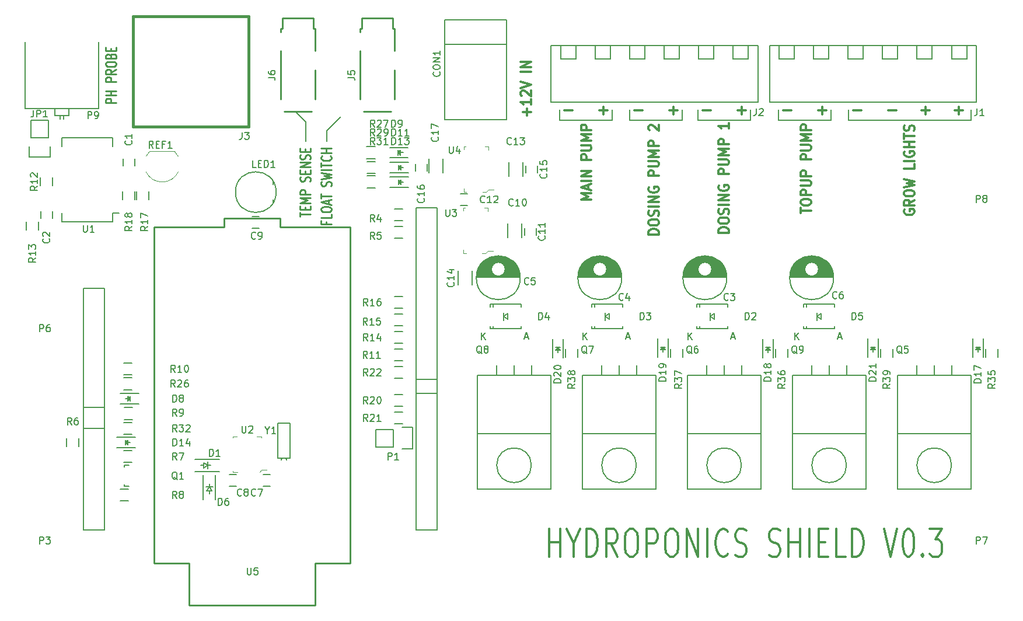
<source format=gbr>
G04 #@! TF.FileFunction,Legend,Top*
%FSLAX46Y46*%
G04 Gerber Fmt 4.6, Leading zero omitted, Abs format (unit mm)*
G04 Created by KiCad (PCBNEW 4.0.2+dfsg1-stable) date Mon 20 Aug 2018 04:08:08 PM EDT*
%MOMM*%
G01*
G04 APERTURE LIST*
%ADD10C,0.100000*%
%ADD11C,0.200000*%
%ADD12C,0.275000*%
%ADD13C,0.300000*%
%ADD14C,0.150000*%
%ADD15C,0.381000*%
%ADD16C,0.120000*%
%ADD17C,0.254000*%
G04 APERTURE END LIST*
D10*
D11*
X65278000Y-62992000D02*
X67310000Y-60960000D01*
X65278000Y-64516000D02*
X65278000Y-62992000D01*
X62230000Y-61722000D02*
X60706000Y-60198000D01*
X62230000Y-64516000D02*
X62230000Y-61722000D01*
D12*
X65170857Y-76173238D02*
X65170857Y-76539904D01*
X65956571Y-76539904D02*
X64456571Y-76539904D01*
X64456571Y-76016095D01*
X65956571Y-75073238D02*
X65956571Y-75597047D01*
X64456571Y-75597047D01*
X64456571Y-74497047D02*
X64456571Y-74287524D01*
X64528000Y-74182762D01*
X64670857Y-74078000D01*
X64956571Y-74025619D01*
X65456571Y-74025619D01*
X65742286Y-74078000D01*
X65885143Y-74182762D01*
X65956571Y-74287524D01*
X65956571Y-74497047D01*
X65885143Y-74601809D01*
X65742286Y-74706571D01*
X65456571Y-74758952D01*
X64956571Y-74758952D01*
X64670857Y-74706571D01*
X64528000Y-74601809D01*
X64456571Y-74497047D01*
X65528000Y-73606571D02*
X65528000Y-73082762D01*
X65956571Y-73711333D02*
X64456571Y-73344666D01*
X65956571Y-72978000D01*
X64456571Y-72768476D02*
X64456571Y-72139905D01*
X65956571Y-72454190D02*
X64456571Y-72454190D01*
X65885143Y-70987524D02*
X65956571Y-70830381D01*
X65956571Y-70568477D01*
X65885143Y-70463715D01*
X65813714Y-70411334D01*
X65670857Y-70358953D01*
X65528000Y-70358953D01*
X65385143Y-70411334D01*
X65313714Y-70463715D01*
X65242286Y-70568477D01*
X65170857Y-70778000D01*
X65099429Y-70882762D01*
X65028000Y-70935143D01*
X64885143Y-70987524D01*
X64742286Y-70987524D01*
X64599429Y-70935143D01*
X64528000Y-70882762D01*
X64456571Y-70778000D01*
X64456571Y-70516096D01*
X64528000Y-70358953D01*
X64456571Y-69992286D02*
X65956571Y-69730381D01*
X64885143Y-69520858D01*
X65956571Y-69311334D01*
X64456571Y-69049429D01*
X65956571Y-68630381D02*
X64456571Y-68630381D01*
X64456571Y-68263714D02*
X64456571Y-67635143D01*
X65956571Y-67949428D02*
X64456571Y-67949428D01*
X65813714Y-66639905D02*
X65885143Y-66692286D01*
X65956571Y-66849429D01*
X65956571Y-66954191D01*
X65885143Y-67111333D01*
X65742286Y-67216095D01*
X65599429Y-67268476D01*
X65313714Y-67320857D01*
X65099429Y-67320857D01*
X64813714Y-67268476D01*
X64670857Y-67216095D01*
X64528000Y-67111333D01*
X64456571Y-66954191D01*
X64456571Y-66849429D01*
X64528000Y-66692286D01*
X64599429Y-66639905D01*
X65956571Y-66168476D02*
X64456571Y-66168476D01*
X65170857Y-66168476D02*
X65170857Y-65539905D01*
X65956571Y-65539905D02*
X64456571Y-65539905D01*
X61408571Y-75439904D02*
X61408571Y-74811333D01*
X62908571Y-75125618D02*
X61408571Y-75125618D01*
X62122857Y-74444666D02*
X62122857Y-74078000D01*
X62908571Y-73920857D02*
X62908571Y-74444666D01*
X61408571Y-74444666D01*
X61408571Y-73920857D01*
X62908571Y-73449428D02*
X61408571Y-73449428D01*
X62480000Y-73082762D01*
X61408571Y-72716095D01*
X62908571Y-72716095D01*
X62908571Y-72192285D02*
X61408571Y-72192285D01*
X61408571Y-71773238D01*
X61480000Y-71668476D01*
X61551429Y-71616095D01*
X61694286Y-71563714D01*
X61908571Y-71563714D01*
X62051429Y-71616095D01*
X62122857Y-71668476D01*
X62194286Y-71773238D01*
X62194286Y-72192285D01*
X62837143Y-70306571D02*
X62908571Y-70149428D01*
X62908571Y-69887524D01*
X62837143Y-69782762D01*
X62765714Y-69730381D01*
X62622857Y-69678000D01*
X62480000Y-69678000D01*
X62337143Y-69730381D01*
X62265714Y-69782762D01*
X62194286Y-69887524D01*
X62122857Y-70097047D01*
X62051429Y-70201809D01*
X61980000Y-70254190D01*
X61837143Y-70306571D01*
X61694286Y-70306571D01*
X61551429Y-70254190D01*
X61480000Y-70201809D01*
X61408571Y-70097047D01*
X61408571Y-69835143D01*
X61480000Y-69678000D01*
X62122857Y-69206571D02*
X62122857Y-68839905D01*
X62908571Y-68682762D02*
X62908571Y-69206571D01*
X61408571Y-69206571D01*
X61408571Y-68682762D01*
X62908571Y-68211333D02*
X61408571Y-68211333D01*
X62908571Y-67582762D01*
X61408571Y-67582762D01*
X62837143Y-67111333D02*
X62908571Y-66954190D01*
X62908571Y-66692286D01*
X62837143Y-66587524D01*
X62765714Y-66535143D01*
X62622857Y-66482762D01*
X62480000Y-66482762D01*
X62337143Y-66535143D01*
X62265714Y-66587524D01*
X62194286Y-66692286D01*
X62122857Y-66901809D01*
X62051429Y-67006571D01*
X61980000Y-67058952D01*
X61837143Y-67111333D01*
X61694286Y-67111333D01*
X61551429Y-67058952D01*
X61480000Y-67006571D01*
X61408571Y-66901809D01*
X61408571Y-66639905D01*
X61480000Y-66482762D01*
X62122857Y-66011333D02*
X62122857Y-65644667D01*
X62908571Y-65487524D02*
X62908571Y-66011333D01*
X61408571Y-66011333D01*
X61408571Y-65487524D01*
D13*
X149110000Y-74428428D02*
X149038571Y-74556999D01*
X149038571Y-74749856D01*
X149110000Y-74942713D01*
X149252857Y-75071285D01*
X149395714Y-75135570D01*
X149681429Y-75199856D01*
X149895714Y-75199856D01*
X150181429Y-75135570D01*
X150324286Y-75071285D01*
X150467143Y-74942713D01*
X150538571Y-74749856D01*
X150538571Y-74621285D01*
X150467143Y-74428428D01*
X150395714Y-74364142D01*
X149895714Y-74364142D01*
X149895714Y-74621285D01*
X150538571Y-73014142D02*
X149824286Y-73464142D01*
X150538571Y-73785570D02*
X149038571Y-73785570D01*
X149038571Y-73271285D01*
X149110000Y-73142713D01*
X149181429Y-73078428D01*
X149324286Y-73014142D01*
X149538571Y-73014142D01*
X149681429Y-73078428D01*
X149752857Y-73142713D01*
X149824286Y-73271285D01*
X149824286Y-73785570D01*
X149038571Y-72178428D02*
X149038571Y-71921285D01*
X149110000Y-71792713D01*
X149252857Y-71664142D01*
X149538571Y-71599856D01*
X150038571Y-71599856D01*
X150324286Y-71664142D01*
X150467143Y-71792713D01*
X150538571Y-71921285D01*
X150538571Y-72178428D01*
X150467143Y-72306999D01*
X150324286Y-72435570D01*
X150038571Y-72499856D01*
X149538571Y-72499856D01*
X149252857Y-72435570D01*
X149110000Y-72306999D01*
X149038571Y-72178428D01*
X149038571Y-71149856D02*
X150538571Y-70828427D01*
X149467143Y-70571284D01*
X150538571Y-70314142D01*
X149038571Y-69992713D01*
X150538571Y-67806999D02*
X150538571Y-68449856D01*
X149038571Y-68449856D01*
X150538571Y-67356999D02*
X149038571Y-67356999D01*
X149110000Y-66007000D02*
X149038571Y-66135571D01*
X149038571Y-66328428D01*
X149110000Y-66521285D01*
X149252857Y-66649857D01*
X149395714Y-66714142D01*
X149681429Y-66778428D01*
X149895714Y-66778428D01*
X150181429Y-66714142D01*
X150324286Y-66649857D01*
X150467143Y-66521285D01*
X150538571Y-66328428D01*
X150538571Y-66199857D01*
X150467143Y-66007000D01*
X150395714Y-65942714D01*
X149895714Y-65942714D01*
X149895714Y-66199857D01*
X150538571Y-65364142D02*
X149038571Y-65364142D01*
X149752857Y-65364142D02*
X149752857Y-64592714D01*
X150538571Y-64592714D02*
X149038571Y-64592714D01*
X149038571Y-64142714D02*
X149038571Y-63371285D01*
X150538571Y-63756999D02*
X149038571Y-63756999D01*
X150467143Y-62985571D02*
X150538571Y-62792714D01*
X150538571Y-62471285D01*
X150467143Y-62342714D01*
X150395714Y-62278428D01*
X150252857Y-62214143D01*
X150110000Y-62214143D01*
X149967143Y-62278428D01*
X149895714Y-62342714D01*
X149824286Y-62471285D01*
X149752857Y-62728428D01*
X149681429Y-62857000D01*
X149610000Y-62921285D01*
X149467143Y-62985571D01*
X149324286Y-62985571D01*
X149181429Y-62921285D01*
X149110000Y-62857000D01*
X149038571Y-62728428D01*
X149038571Y-62407000D01*
X149110000Y-62214143D01*
X134052571Y-74945857D02*
X134052571Y-74174428D01*
X135552571Y-74560142D02*
X134052571Y-74560142D01*
X134052571Y-73467286D02*
X134052571Y-73210143D01*
X134124000Y-73081571D01*
X134266857Y-72953000D01*
X134552571Y-72888714D01*
X135052571Y-72888714D01*
X135338286Y-72953000D01*
X135481143Y-73081571D01*
X135552571Y-73210143D01*
X135552571Y-73467286D01*
X135481143Y-73595857D01*
X135338286Y-73724428D01*
X135052571Y-73788714D01*
X134552571Y-73788714D01*
X134266857Y-73724428D01*
X134124000Y-73595857D01*
X134052571Y-73467286D01*
X135552571Y-72310142D02*
X134052571Y-72310142D01*
X134052571Y-71795857D01*
X134124000Y-71667285D01*
X134195429Y-71603000D01*
X134338286Y-71538714D01*
X134552571Y-71538714D01*
X134695429Y-71603000D01*
X134766857Y-71667285D01*
X134838286Y-71795857D01*
X134838286Y-72310142D01*
X134052571Y-70960142D02*
X135266857Y-70960142D01*
X135409714Y-70895857D01*
X135481143Y-70831571D01*
X135552571Y-70703000D01*
X135552571Y-70445857D01*
X135481143Y-70317285D01*
X135409714Y-70253000D01*
X135266857Y-70188714D01*
X134052571Y-70188714D01*
X135552571Y-69545856D02*
X134052571Y-69545856D01*
X134052571Y-69031571D01*
X134124000Y-68902999D01*
X134195429Y-68838714D01*
X134338286Y-68774428D01*
X134552571Y-68774428D01*
X134695429Y-68838714D01*
X134766857Y-68902999D01*
X134838286Y-69031571D01*
X134838286Y-69545856D01*
X135552571Y-67167285D02*
X134052571Y-67167285D01*
X134052571Y-66653000D01*
X134124000Y-66524428D01*
X134195429Y-66460143D01*
X134338286Y-66395857D01*
X134552571Y-66395857D01*
X134695429Y-66460143D01*
X134766857Y-66524428D01*
X134838286Y-66653000D01*
X134838286Y-67167285D01*
X134052571Y-65817285D02*
X135266857Y-65817285D01*
X135409714Y-65753000D01*
X135481143Y-65688714D01*
X135552571Y-65560143D01*
X135552571Y-65303000D01*
X135481143Y-65174428D01*
X135409714Y-65110143D01*
X135266857Y-65045857D01*
X134052571Y-65045857D01*
X135552571Y-64402999D02*
X134052571Y-64402999D01*
X135124000Y-63952999D01*
X134052571Y-63502999D01*
X135552571Y-63502999D01*
X135552571Y-62860142D02*
X134052571Y-62860142D01*
X134052571Y-62345857D01*
X134124000Y-62217285D01*
X134195429Y-62153000D01*
X134338286Y-62088714D01*
X134552571Y-62088714D01*
X134695429Y-62153000D01*
X134766857Y-62217285D01*
X134838286Y-62345857D01*
X134838286Y-62860142D01*
X123614571Y-77757142D02*
X122114571Y-77757142D01*
X122114571Y-77435714D01*
X122186000Y-77242857D01*
X122328857Y-77114285D01*
X122471714Y-77050000D01*
X122757429Y-76985714D01*
X122971714Y-76985714D01*
X123257429Y-77050000D01*
X123400286Y-77114285D01*
X123543143Y-77242857D01*
X123614571Y-77435714D01*
X123614571Y-77757142D01*
X122114571Y-76150000D02*
X122114571Y-75892857D01*
X122186000Y-75764285D01*
X122328857Y-75635714D01*
X122614571Y-75571428D01*
X123114571Y-75571428D01*
X123400286Y-75635714D01*
X123543143Y-75764285D01*
X123614571Y-75892857D01*
X123614571Y-76150000D01*
X123543143Y-76278571D01*
X123400286Y-76407142D01*
X123114571Y-76471428D01*
X122614571Y-76471428D01*
X122328857Y-76407142D01*
X122186000Y-76278571D01*
X122114571Y-76150000D01*
X123543143Y-75057142D02*
X123614571Y-74864285D01*
X123614571Y-74542856D01*
X123543143Y-74414285D01*
X123471714Y-74349999D01*
X123328857Y-74285714D01*
X123186000Y-74285714D01*
X123043143Y-74349999D01*
X122971714Y-74414285D01*
X122900286Y-74542856D01*
X122828857Y-74799999D01*
X122757429Y-74928571D01*
X122686000Y-74992856D01*
X122543143Y-75057142D01*
X122400286Y-75057142D01*
X122257429Y-74992856D01*
X122186000Y-74928571D01*
X122114571Y-74799999D01*
X122114571Y-74478571D01*
X122186000Y-74285714D01*
X123614571Y-73707142D02*
X122114571Y-73707142D01*
X123614571Y-73064285D02*
X122114571Y-73064285D01*
X123614571Y-72292857D01*
X122114571Y-72292857D01*
X122186000Y-70942857D02*
X122114571Y-71071428D01*
X122114571Y-71264285D01*
X122186000Y-71457142D01*
X122328857Y-71585714D01*
X122471714Y-71649999D01*
X122757429Y-71714285D01*
X122971714Y-71714285D01*
X123257429Y-71649999D01*
X123400286Y-71585714D01*
X123543143Y-71457142D01*
X123614571Y-71264285D01*
X123614571Y-71135714D01*
X123543143Y-70942857D01*
X123471714Y-70878571D01*
X122971714Y-70878571D01*
X122971714Y-71135714D01*
X123614571Y-69271428D02*
X122114571Y-69271428D01*
X122114571Y-68757143D01*
X122186000Y-68628571D01*
X122257429Y-68564286D01*
X122400286Y-68500000D01*
X122614571Y-68500000D01*
X122757429Y-68564286D01*
X122828857Y-68628571D01*
X122900286Y-68757143D01*
X122900286Y-69271428D01*
X122114571Y-67921428D02*
X123328857Y-67921428D01*
X123471714Y-67857143D01*
X123543143Y-67792857D01*
X123614571Y-67664286D01*
X123614571Y-67407143D01*
X123543143Y-67278571D01*
X123471714Y-67214286D01*
X123328857Y-67150000D01*
X122114571Y-67150000D01*
X123614571Y-66507142D02*
X122114571Y-66507142D01*
X123186000Y-66057142D01*
X122114571Y-65607142D01*
X123614571Y-65607142D01*
X123614571Y-64964285D02*
X122114571Y-64964285D01*
X122114571Y-64450000D01*
X122186000Y-64321428D01*
X122257429Y-64257143D01*
X122400286Y-64192857D01*
X122614571Y-64192857D01*
X122757429Y-64257143D01*
X122828857Y-64321428D01*
X122900286Y-64450000D01*
X122900286Y-64964285D01*
X123614571Y-61878572D02*
X123614571Y-62650000D01*
X123614571Y-62264286D02*
X122114571Y-62264286D01*
X122328857Y-62392857D01*
X122471714Y-62521429D01*
X122543143Y-62650000D01*
X113468371Y-78009946D02*
X111968373Y-78012564D01*
X111967812Y-77691136D01*
X112038904Y-77498155D01*
X112181536Y-77369334D01*
X112324281Y-77304799D01*
X112609883Y-77240015D01*
X112824168Y-77239641D01*
X113109995Y-77303428D01*
X113252964Y-77367464D01*
X113396045Y-77495786D01*
X113467810Y-77688518D01*
X113468371Y-78009946D01*
X111965568Y-76405424D02*
X111965119Y-76148281D01*
X112036324Y-76019585D01*
X112178956Y-75890765D01*
X112464557Y-75825980D01*
X112964556Y-75825108D01*
X113250383Y-75888895D01*
X113393464Y-76017216D01*
X113465117Y-76145663D01*
X113465566Y-76402806D01*
X113394362Y-76531502D01*
X113251730Y-76660322D01*
X112966127Y-76725106D01*
X112466128Y-76725979D01*
X112180302Y-76662192D01*
X112037221Y-76533870D01*
X111965568Y-76405424D01*
X113392230Y-75310074D02*
X113463322Y-75117093D01*
X113462761Y-74795665D01*
X113391108Y-74667218D01*
X113319567Y-74603057D01*
X113176598Y-74539022D01*
X113033741Y-74539271D01*
X112890997Y-74603805D01*
X112819680Y-74668216D01*
X112748477Y-74796911D01*
X112677497Y-75054178D01*
X112606293Y-75182875D01*
X112534976Y-75247284D01*
X112392232Y-75311820D01*
X112249375Y-75312069D01*
X112106406Y-75248032D01*
X112034865Y-75183872D01*
X111963212Y-75055425D01*
X111962651Y-74733998D01*
X112033743Y-74541016D01*
X113461302Y-73959952D02*
X111961304Y-73962570D01*
X113460180Y-73317096D02*
X111960182Y-73319714D01*
X113458834Y-72545669D01*
X111958836Y-72548287D01*
X112027909Y-71198164D02*
X111956704Y-71326860D01*
X111957041Y-71519717D01*
X112028806Y-71712449D01*
X112171887Y-71840771D01*
X112314856Y-71904807D01*
X112600683Y-71968594D01*
X112814968Y-71968220D01*
X113100570Y-71903435D01*
X113243315Y-71838901D01*
X113385947Y-71710080D01*
X113457038Y-71517099D01*
X113456814Y-71388528D01*
X113385049Y-71195796D01*
X113313508Y-71131634D01*
X112813509Y-71132507D01*
X112813958Y-71389650D01*
X113453560Y-69524245D02*
X111953562Y-69526863D01*
X111952665Y-69012578D01*
X112023869Y-68883882D01*
X112095186Y-68819472D01*
X112237931Y-68754937D01*
X112452215Y-68754563D01*
X112595185Y-68818600D01*
X112666725Y-68882760D01*
X112738379Y-69011207D01*
X112739276Y-69525491D01*
X111951206Y-68176865D02*
X113165490Y-68174745D01*
X113308235Y-68110211D01*
X113379552Y-68045800D01*
X113450755Y-67917105D01*
X113450306Y-67659962D01*
X113378654Y-67531515D01*
X113307113Y-67467355D01*
X113164144Y-67403318D01*
X111949860Y-67405438D01*
X113448736Y-66759963D02*
X111948738Y-66762581D01*
X113019380Y-66310711D01*
X111947167Y-65862582D01*
X113447165Y-65859964D01*
X113446043Y-65217108D02*
X111946045Y-65219726D01*
X111945147Y-64705442D01*
X112016352Y-64576745D01*
X112087669Y-64512336D01*
X112230413Y-64447801D01*
X112444698Y-64447427D01*
X112587668Y-64511463D01*
X112659208Y-64575623D01*
X112730861Y-64704071D01*
X112731759Y-65218355D01*
X112084864Y-62905195D02*
X112013323Y-62841034D01*
X111941669Y-62712588D01*
X111941108Y-62391159D01*
X112012313Y-62262464D01*
X112083629Y-62198053D01*
X112226374Y-62133519D01*
X112369231Y-62133270D01*
X112583629Y-62197181D01*
X113442116Y-62967113D01*
X113440657Y-62131400D01*
X103675571Y-72963999D02*
X102175571Y-72963999D01*
X103247000Y-72513999D01*
X102175571Y-72063999D01*
X103675571Y-72063999D01*
X103247000Y-71485428D02*
X103247000Y-70842571D01*
X103675571Y-71614000D02*
X102175571Y-71164000D01*
X103675571Y-70714000D01*
X103675571Y-70263999D02*
X102175571Y-70263999D01*
X103675571Y-69621142D02*
X102175571Y-69621142D01*
X103675571Y-68849714D01*
X102175571Y-68849714D01*
X103675571Y-67178285D02*
X102175571Y-67178285D01*
X102175571Y-66664000D01*
X102247000Y-66535428D01*
X102318429Y-66471143D01*
X102461286Y-66406857D01*
X102675571Y-66406857D01*
X102818429Y-66471143D01*
X102889857Y-66535428D01*
X102961286Y-66664000D01*
X102961286Y-67178285D01*
X102175571Y-65828285D02*
X103389857Y-65828285D01*
X103532714Y-65764000D01*
X103604143Y-65699714D01*
X103675571Y-65571143D01*
X103675571Y-65314000D01*
X103604143Y-65185428D01*
X103532714Y-65121143D01*
X103389857Y-65056857D01*
X102175571Y-65056857D01*
X103675571Y-64413999D02*
X102175571Y-64413999D01*
X103247000Y-63963999D01*
X102175571Y-63513999D01*
X103675571Y-63513999D01*
X103675571Y-62871142D02*
X102175571Y-62871142D01*
X102175571Y-62356857D01*
X102247000Y-62228285D01*
X102318429Y-62164000D01*
X102461286Y-62099714D01*
X102675571Y-62099714D01*
X102818429Y-62164000D01*
X102889857Y-62228285D01*
X102961286Y-62356857D01*
X102961286Y-62871142D01*
X94341143Y-60817428D02*
X94341143Y-59788857D01*
X94912571Y-60303143D02*
X93769714Y-60303143D01*
X94912571Y-58438857D02*
X94912571Y-59210285D01*
X94912571Y-58824571D02*
X93412571Y-58824571D01*
X93626857Y-58953142D01*
X93769714Y-59081714D01*
X93841143Y-59210285D01*
X93555429Y-57924571D02*
X93484000Y-57860285D01*
X93412571Y-57731714D01*
X93412571Y-57410285D01*
X93484000Y-57281714D01*
X93555429Y-57217428D01*
X93698286Y-57153143D01*
X93841143Y-57153143D01*
X94055429Y-57217428D01*
X94912571Y-57988857D01*
X94912571Y-57153143D01*
X93412571Y-56767429D02*
X94912571Y-56317429D01*
X93412571Y-55867429D01*
X94912571Y-54388857D02*
X93412571Y-54388857D01*
X94912571Y-53746000D02*
X93412571Y-53746000D01*
X94912571Y-52974572D01*
X93412571Y-52974572D01*
D11*
X78232000Y-74168000D02*
X78232000Y-120904000D01*
X29972000Y-106172000D02*
X33020000Y-106172000D01*
X29972000Y-103124000D02*
X33020000Y-103124000D01*
X29972000Y-120904000D02*
X29972000Y-85852000D01*
X33020000Y-120904000D02*
X29972000Y-120904000D01*
X33020000Y-85852000D02*
X33020000Y-120904000D01*
X29972000Y-85852000D02*
X33020000Y-85852000D01*
X78232000Y-101092000D02*
X81280000Y-101092000D01*
X78232000Y-99060000D02*
X81280000Y-99060000D01*
X81280000Y-74168000D02*
X78232000Y-74168000D01*
X81280000Y-120904000D02*
X81280000Y-74168000D01*
X78232000Y-120904000D02*
X81280000Y-120904000D01*
D13*
X131508572Y-60051143D02*
X132651429Y-60051143D01*
X124904572Y-60051143D02*
X126047429Y-60051143D01*
X125476000Y-60622571D02*
X125476000Y-59479714D01*
D11*
X158750000Y-61468000D02*
X140970000Y-61468000D01*
X140970000Y-61468000D02*
X140970000Y-59944000D01*
X138430000Y-61468000D02*
X138430000Y-59944000D01*
X130810000Y-59944000D02*
X130810000Y-61468000D01*
X130810000Y-61468000D02*
X138430000Y-61468000D01*
D13*
X136588572Y-60051143D02*
X137731429Y-60051143D01*
X137160000Y-60622571D02*
X137160000Y-59479714D01*
D12*
X34714571Y-58923790D02*
X33214571Y-58923790D01*
X33214571Y-58504743D01*
X33286000Y-58399981D01*
X33357429Y-58347600D01*
X33500286Y-58295219D01*
X33714571Y-58295219D01*
X33857429Y-58347600D01*
X33928857Y-58399981D01*
X34000286Y-58504743D01*
X34000286Y-58923790D01*
X34714571Y-57823790D02*
X33214571Y-57823790D01*
X33928857Y-57823790D02*
X33928857Y-57195219D01*
X34714571Y-57195219D02*
X33214571Y-57195219D01*
X34714571Y-55833314D02*
X33214571Y-55833314D01*
X33214571Y-55414267D01*
X33286000Y-55309505D01*
X33357429Y-55257124D01*
X33500286Y-55204743D01*
X33714571Y-55204743D01*
X33857429Y-55257124D01*
X33928857Y-55309505D01*
X34000286Y-55414267D01*
X34000286Y-55833314D01*
X34714571Y-54104743D02*
X34000286Y-54471409D01*
X34714571Y-54733314D02*
X33214571Y-54733314D01*
X33214571Y-54314267D01*
X33286000Y-54209505D01*
X33357429Y-54157124D01*
X33500286Y-54104743D01*
X33714571Y-54104743D01*
X33857429Y-54157124D01*
X33928857Y-54209505D01*
X34000286Y-54314267D01*
X34000286Y-54733314D01*
X33214571Y-53423790D02*
X33214571Y-53214267D01*
X33286000Y-53109505D01*
X33428857Y-53004743D01*
X33714571Y-52952362D01*
X34214571Y-52952362D01*
X34500286Y-53004743D01*
X34643143Y-53109505D01*
X34714571Y-53214267D01*
X34714571Y-53423790D01*
X34643143Y-53528552D01*
X34500286Y-53633314D01*
X34214571Y-53685695D01*
X33714571Y-53685695D01*
X33428857Y-53633314D01*
X33286000Y-53528552D01*
X33214571Y-53423790D01*
X33928857Y-52114267D02*
X34000286Y-51957124D01*
X34071714Y-51904743D01*
X34214571Y-51852362D01*
X34428857Y-51852362D01*
X34571714Y-51904743D01*
X34643143Y-51957124D01*
X34714571Y-52061886D01*
X34714571Y-52480933D01*
X33214571Y-52480933D01*
X33214571Y-52114267D01*
X33286000Y-52009505D01*
X33357429Y-51957124D01*
X33500286Y-51904743D01*
X33643143Y-51904743D01*
X33786000Y-51957124D01*
X33857429Y-52009505D01*
X33928857Y-52114267D01*
X33928857Y-52480933D01*
X33928857Y-51380933D02*
X33928857Y-51014267D01*
X34714571Y-50857124D02*
X34714571Y-51380933D01*
X33214571Y-51380933D01*
X33214571Y-50857124D01*
D13*
X97551857Y-124745524D02*
X97551857Y-120745524D01*
X97551857Y-122650286D02*
X99180429Y-122650286D01*
X99180429Y-124745524D02*
X99180429Y-120745524D01*
X101080429Y-122840762D02*
X101080429Y-124745524D01*
X100130429Y-120745524D02*
X101080429Y-122840762D01*
X102030429Y-120745524D01*
X102980428Y-124745524D02*
X102980428Y-120745524D01*
X103659000Y-120745524D01*
X104066143Y-120936000D01*
X104337571Y-121316952D01*
X104473286Y-121697905D01*
X104609000Y-122459810D01*
X104609000Y-123031238D01*
X104473286Y-123793143D01*
X104337571Y-124174095D01*
X104066143Y-124555048D01*
X103659000Y-124745524D01*
X102980428Y-124745524D01*
X107459000Y-124745524D02*
X106509000Y-122840762D01*
X105830428Y-124745524D02*
X105830428Y-120745524D01*
X106916143Y-120745524D01*
X107187571Y-120936000D01*
X107323286Y-121126476D01*
X107459000Y-121507429D01*
X107459000Y-122078857D01*
X107323286Y-122459810D01*
X107187571Y-122650286D01*
X106916143Y-122840762D01*
X105830428Y-122840762D01*
X109223286Y-120745524D02*
X109766143Y-120745524D01*
X110037571Y-120936000D01*
X110309000Y-121316952D01*
X110444714Y-122078857D01*
X110444714Y-123412190D01*
X110309000Y-124174095D01*
X110037571Y-124555048D01*
X109766143Y-124745524D01*
X109223286Y-124745524D01*
X108951857Y-124555048D01*
X108680428Y-124174095D01*
X108544714Y-123412190D01*
X108544714Y-122078857D01*
X108680428Y-121316952D01*
X108951857Y-120936000D01*
X109223286Y-120745524D01*
X111666142Y-124745524D02*
X111666142Y-120745524D01*
X112751857Y-120745524D01*
X113023285Y-120936000D01*
X113159000Y-121126476D01*
X113294714Y-121507429D01*
X113294714Y-122078857D01*
X113159000Y-122459810D01*
X113023285Y-122650286D01*
X112751857Y-122840762D01*
X111666142Y-122840762D01*
X115059000Y-120745524D02*
X115601857Y-120745524D01*
X115873285Y-120936000D01*
X116144714Y-121316952D01*
X116280428Y-122078857D01*
X116280428Y-123412190D01*
X116144714Y-124174095D01*
X115873285Y-124555048D01*
X115601857Y-124745524D01*
X115059000Y-124745524D01*
X114787571Y-124555048D01*
X114516142Y-124174095D01*
X114380428Y-123412190D01*
X114380428Y-122078857D01*
X114516142Y-121316952D01*
X114787571Y-120936000D01*
X115059000Y-120745524D01*
X117501856Y-124745524D02*
X117501856Y-120745524D01*
X119130428Y-124745524D01*
X119130428Y-120745524D01*
X120487570Y-124745524D02*
X120487570Y-120745524D01*
X123473285Y-124364571D02*
X123337571Y-124555048D01*
X122930428Y-124745524D01*
X122658999Y-124745524D01*
X122251856Y-124555048D01*
X121980428Y-124174095D01*
X121844713Y-123793143D01*
X121708999Y-123031238D01*
X121708999Y-122459810D01*
X121844713Y-121697905D01*
X121980428Y-121316952D01*
X122251856Y-120936000D01*
X122658999Y-120745524D01*
X122930428Y-120745524D01*
X123337571Y-120936000D01*
X123473285Y-121126476D01*
X124558999Y-124555048D02*
X124966142Y-124745524D01*
X125644713Y-124745524D01*
X125916142Y-124555048D01*
X126051856Y-124364571D01*
X126187571Y-123983619D01*
X126187571Y-123602667D01*
X126051856Y-123221714D01*
X125916142Y-123031238D01*
X125644713Y-122840762D01*
X125101856Y-122650286D01*
X124830428Y-122459810D01*
X124694713Y-122269333D01*
X124558999Y-121888381D01*
X124558999Y-121507429D01*
X124694713Y-121126476D01*
X124830428Y-120936000D01*
X125101856Y-120745524D01*
X125780428Y-120745524D01*
X126187571Y-120936000D01*
X129444714Y-124555048D02*
X129851857Y-124745524D01*
X130530428Y-124745524D01*
X130801857Y-124555048D01*
X130937571Y-124364571D01*
X131073286Y-123983619D01*
X131073286Y-123602667D01*
X130937571Y-123221714D01*
X130801857Y-123031238D01*
X130530428Y-122840762D01*
X129987571Y-122650286D01*
X129716143Y-122459810D01*
X129580428Y-122269333D01*
X129444714Y-121888381D01*
X129444714Y-121507429D01*
X129580428Y-121126476D01*
X129716143Y-120936000D01*
X129987571Y-120745524D01*
X130666143Y-120745524D01*
X131073286Y-120936000D01*
X132294714Y-124745524D02*
X132294714Y-120745524D01*
X132294714Y-122650286D02*
X133923286Y-122650286D01*
X133923286Y-124745524D02*
X133923286Y-120745524D01*
X135280428Y-124745524D02*
X135280428Y-120745524D01*
X136637571Y-122650286D02*
X137587571Y-122650286D01*
X137994714Y-124745524D02*
X136637571Y-124745524D01*
X136637571Y-120745524D01*
X137994714Y-120745524D01*
X140573285Y-124745524D02*
X139216142Y-124745524D01*
X139216142Y-120745524D01*
X141523285Y-124745524D02*
X141523285Y-120745524D01*
X142201857Y-120745524D01*
X142609000Y-120936000D01*
X142880428Y-121316952D01*
X143016143Y-121697905D01*
X143151857Y-122459810D01*
X143151857Y-123031238D01*
X143016143Y-123793143D01*
X142880428Y-124174095D01*
X142609000Y-124555048D01*
X142201857Y-124745524D01*
X141523285Y-124745524D01*
X146137572Y-120745524D02*
X147087572Y-124745524D01*
X148037572Y-120745524D01*
X149530429Y-120745524D02*
X149801857Y-120745524D01*
X150073286Y-120936000D01*
X150209000Y-121126476D01*
X150344714Y-121507429D01*
X150480429Y-122269333D01*
X150480429Y-123221714D01*
X150344714Y-123983619D01*
X150209000Y-124364571D01*
X150073286Y-124555048D01*
X149801857Y-124745524D01*
X149530429Y-124745524D01*
X149259000Y-124555048D01*
X149123286Y-124364571D01*
X148987571Y-123983619D01*
X148851857Y-123221714D01*
X148851857Y-122269333D01*
X148987571Y-121507429D01*
X149123286Y-121126476D01*
X149259000Y-120936000D01*
X149530429Y-120745524D01*
X151701857Y-124364571D02*
X151837572Y-124555048D01*
X151701857Y-124745524D01*
X151566143Y-124555048D01*
X151701857Y-124364571D01*
X151701857Y-124745524D01*
X152787572Y-120745524D02*
X154551858Y-120745524D01*
X153601858Y-122269333D01*
X154009000Y-122269333D01*
X154280429Y-122459810D01*
X154416143Y-122650286D01*
X154551858Y-123031238D01*
X154551858Y-123983619D01*
X154416143Y-124364571D01*
X154280429Y-124555048D01*
X154009000Y-124745524D01*
X153194715Y-124745524D01*
X152923286Y-124555048D01*
X152787572Y-124364571D01*
D11*
X158750000Y-61468000D02*
X158750000Y-59944000D01*
D13*
X146748572Y-60051143D02*
X147891429Y-60051143D01*
X141668572Y-60051143D02*
X142811429Y-60051143D01*
X156400572Y-60051143D02*
X157543429Y-60051143D01*
X156972000Y-60622571D02*
X156972000Y-59479714D01*
X151574572Y-60051143D02*
X152717429Y-60051143D01*
X152146000Y-60622571D02*
X152146000Y-59479714D01*
D11*
X119126000Y-61468000D02*
X126746000Y-61468000D01*
X119126000Y-59944000D02*
X119126000Y-61468000D01*
X126746000Y-61468000D02*
X126746000Y-59944000D01*
D13*
X119824572Y-60051143D02*
X120967429Y-60051143D01*
D11*
X109220000Y-61468000D02*
X116840000Y-61468000D01*
X109220000Y-59944000D02*
X109220000Y-61468000D01*
X116840000Y-61468000D02*
X116840000Y-59944000D01*
D13*
X109918572Y-60051143D02*
X111061429Y-60051143D01*
X114998572Y-60051143D02*
X116141429Y-60051143D01*
X115570000Y-60622571D02*
X115570000Y-59479714D01*
D11*
X106680000Y-61468000D02*
X106680000Y-59944000D01*
X99060000Y-61468000D02*
X106680000Y-61468000D01*
X99060000Y-59944000D02*
X99060000Y-61468000D01*
D13*
X99758572Y-60051143D02*
X100901429Y-60051143D01*
X104838572Y-60051143D02*
X105981429Y-60051143D01*
X105410000Y-60622571D02*
X105410000Y-59479714D01*
D14*
X85666200Y-72124200D02*
X84666200Y-72124200D01*
X84666200Y-73824200D02*
X85666200Y-73824200D01*
X95846000Y-69080000D02*
X95846000Y-68080000D01*
X94146000Y-68080000D02*
X94146000Y-69080000D01*
D15*
X37211000Y-62357000D02*
X53975000Y-62357000D01*
X37211000Y-46355000D02*
X37211000Y-62357000D01*
X53975000Y-46355000D02*
X37211000Y-46355000D01*
X53975000Y-62357000D02*
X53975000Y-46355000D01*
D14*
X26568400Y-60782200D02*
X26568400Y-61290200D01*
X27076400Y-60782200D02*
X27076400Y-61290200D01*
X32156400Y-59766200D02*
X32156400Y-50114200D01*
X21488400Y-59766200D02*
X21488400Y-50114200D01*
X32156400Y-59766200D02*
X21488400Y-59766200D01*
X27838400Y-59766200D02*
X27838400Y-60782200D01*
X25806400Y-59766200D02*
X27838400Y-59766200D01*
X25806400Y-60782200D02*
X25806400Y-59766200D01*
X27838400Y-60782200D02*
X25806400Y-60782200D01*
X38049000Y-101104000D02*
X35349000Y-101104000D01*
X38049000Y-102604000D02*
X35349000Y-102604000D01*
X36549000Y-101704000D02*
X36549000Y-101954000D01*
X36549000Y-101954000D02*
X36699000Y-101804000D01*
X36799000Y-102204000D02*
X36799000Y-101504000D01*
X36449000Y-101854000D02*
X36099000Y-101854000D01*
X36799000Y-101854000D02*
X36449000Y-102204000D01*
X36449000Y-102204000D02*
X36449000Y-101504000D01*
X36449000Y-101504000D02*
X36799000Y-101854000D01*
X35849000Y-98820000D02*
X37049000Y-98820000D01*
X37049000Y-100570000D02*
X35849000Y-100570000D01*
X34849000Y-108954000D02*
X37549000Y-108954000D01*
X34849000Y-107454000D02*
X37549000Y-107454000D01*
X36349000Y-108354000D02*
X36349000Y-108104000D01*
X36349000Y-108104000D02*
X36199000Y-108254000D01*
X36099000Y-107854000D02*
X36099000Y-108554000D01*
X36449000Y-108204000D02*
X36799000Y-108204000D01*
X36099000Y-108204000D02*
X36449000Y-107854000D01*
X36449000Y-107854000D02*
X36449000Y-108554000D01*
X36449000Y-108554000D02*
X36099000Y-108204000D01*
X37049000Y-107047000D02*
X35849000Y-107047000D01*
X35849000Y-105297000D02*
X37049000Y-105297000D01*
D16*
X43202000Y-65968000D02*
X39602000Y-65968000D01*
X43726184Y-66695205D02*
G75*
G03X43202000Y-65968000I-2324184J-1122795D01*
G01*
X43758400Y-68916807D02*
G75*
G02X41402000Y-70418000I-2356400J1098807D01*
G01*
X39045600Y-68916807D02*
G75*
G03X41402000Y-70418000I2356400J1098807D01*
G01*
X39077816Y-66695205D02*
G75*
G02X39602000Y-65968000I2324184J-1122795D01*
G01*
D14*
X35726000Y-67064000D02*
X35726000Y-68064000D01*
X37426000Y-68064000D02*
X37426000Y-67064000D01*
X35701000Y-72990000D02*
X35701000Y-71790000D01*
X37451000Y-71790000D02*
X37451000Y-72990000D01*
X39483000Y-71790000D02*
X39483000Y-72990000D01*
X37733000Y-72990000D02*
X37733000Y-71790000D01*
X34231200Y-76209000D02*
X34231200Y-74939000D01*
X26881200Y-76209000D02*
X26881200Y-74939000D01*
X26881200Y-63999000D02*
X26881200Y-65269000D01*
X34231200Y-63999000D02*
X34231200Y-65269000D01*
X34231200Y-76209000D02*
X26881200Y-76209000D01*
X34231200Y-63999000D02*
X26881200Y-63999000D01*
X34231200Y-74939000D02*
X35166200Y-74939000D01*
X91368880Y-50408840D02*
X82367120Y-50408840D01*
X91368880Y-46908720D02*
X82367120Y-46908720D01*
X82367120Y-46908720D02*
X82367120Y-61409580D01*
X82367120Y-61409580D02*
X91368880Y-61409580D01*
X91368880Y-61409580D02*
X91368880Y-46908720D01*
X130933000Y-52537000D02*
X130933000Y-50737000D01*
X133133000Y-52537000D02*
X130933000Y-52537000D01*
X133133000Y-50737000D02*
X133133000Y-52537000D01*
X135933000Y-52537000D02*
X135933000Y-50737000D01*
X138133000Y-52537000D02*
X135933000Y-52537000D01*
X138133000Y-50737000D02*
X138133000Y-52537000D01*
X140933000Y-52537000D02*
X140933000Y-50737000D01*
X143133000Y-52537000D02*
X140933000Y-52537000D01*
X143133000Y-50737000D02*
X143133000Y-52537000D01*
X145933000Y-52537000D02*
X145933000Y-50737000D01*
X148133000Y-52537000D02*
X145933000Y-52537000D01*
X148133000Y-50737000D02*
X148133000Y-52537000D01*
X150933000Y-52537000D02*
X150933000Y-50737000D01*
X153133000Y-52537000D02*
X150933000Y-52537000D01*
X153133000Y-50737000D02*
X153133000Y-52537000D01*
X155933000Y-52537000D02*
X155933000Y-50737000D01*
X158133000Y-52537000D02*
X155933000Y-52537000D01*
X158133000Y-50737000D02*
X158133000Y-52537000D01*
X129533000Y-50737000D02*
X129533000Y-58826400D01*
X159562200Y-58826400D02*
X159562200Y-50647600D01*
X159533000Y-58837000D02*
X129533000Y-58837000D01*
X159533000Y-50637000D02*
X129533000Y-50637000D01*
X99230000Y-52535000D02*
X99230000Y-50735000D01*
X101430000Y-52535000D02*
X99230000Y-52535000D01*
X101430000Y-50735000D02*
X101430000Y-52535000D01*
X104230000Y-52535000D02*
X104230000Y-50735000D01*
X106430000Y-52535000D02*
X104230000Y-52535000D01*
X106430000Y-50735000D02*
X106430000Y-52535000D01*
X109230000Y-52535000D02*
X109230000Y-50735000D01*
X111430000Y-52535000D02*
X109230000Y-52535000D01*
X111430000Y-50735000D02*
X111430000Y-52535000D01*
X114230000Y-52535000D02*
X114230000Y-50735000D01*
X116430000Y-52535000D02*
X114230000Y-52535000D01*
X116430000Y-50735000D02*
X116430000Y-52535000D01*
X119230000Y-52535000D02*
X119230000Y-50735000D01*
X121430000Y-52535000D02*
X119230000Y-52535000D01*
X121430000Y-50735000D02*
X121430000Y-52535000D01*
X124230000Y-52535000D02*
X124230000Y-50735000D01*
X126430000Y-52535000D02*
X124230000Y-52535000D01*
X126430000Y-50735000D02*
X126430000Y-52535000D01*
X97830000Y-50735000D02*
X97830000Y-58824400D01*
X127859200Y-58824400D02*
X127859200Y-50645600D01*
X127830000Y-58835000D02*
X97830000Y-58835000D01*
X127830000Y-50635000D02*
X97830000Y-50635000D01*
X116993000Y-84233000D02*
X123291000Y-84233000D01*
X116999000Y-84093000D02*
X123285000Y-84093000D01*
X117012000Y-83953000D02*
X119696000Y-83953000D01*
X120588000Y-83953000D02*
X123272000Y-83953000D01*
X117031000Y-83813000D02*
X119486000Y-83813000D01*
X120798000Y-83813000D02*
X123253000Y-83813000D01*
X117057000Y-83673000D02*
X119353000Y-83673000D01*
X120931000Y-83673000D02*
X123227000Y-83673000D01*
X117089000Y-83533000D02*
X119262000Y-83533000D01*
X121022000Y-83533000D02*
X123195000Y-83533000D01*
X117128000Y-83393000D02*
X119200000Y-83393000D01*
X121084000Y-83393000D02*
X123156000Y-83393000D01*
X117174000Y-83253000D02*
X119161000Y-83253000D01*
X121123000Y-83253000D02*
X123110000Y-83253000D01*
X117227000Y-83113000D02*
X119144000Y-83113000D01*
X121140000Y-83113000D02*
X123057000Y-83113000D01*
X117289000Y-82973000D02*
X119146000Y-82973000D01*
X121138000Y-82973000D02*
X122995000Y-82973000D01*
X117359000Y-82833000D02*
X119168000Y-82833000D01*
X121116000Y-82833000D02*
X122925000Y-82833000D01*
X117438000Y-82693000D02*
X119211000Y-82693000D01*
X121073000Y-82693000D02*
X122846000Y-82693000D01*
X117526000Y-82553000D02*
X119279000Y-82553000D01*
X121005000Y-82553000D02*
X122758000Y-82553000D01*
X117626000Y-82413000D02*
X119378000Y-82413000D01*
X120906000Y-82413000D02*
X122658000Y-82413000D01*
X117738000Y-82273000D02*
X119523000Y-82273000D01*
X120761000Y-82273000D02*
X122546000Y-82273000D01*
X117863000Y-82133000D02*
X119762000Y-82133000D01*
X120522000Y-82133000D02*
X122421000Y-82133000D01*
X118006000Y-81993000D02*
X122278000Y-81993000D01*
X118168000Y-81853000D02*
X122116000Y-81853000D01*
X118356000Y-81713000D02*
X121928000Y-81713000D01*
X118579000Y-81573000D02*
X121705000Y-81573000D01*
X118855000Y-81433000D02*
X121429000Y-81433000D01*
X119230000Y-81293000D02*
X121054000Y-81293000D01*
X121142000Y-83058000D02*
G75*
G03X121142000Y-83058000I-1000000J0D01*
G01*
X123329500Y-84308000D02*
G75*
G03X123329500Y-84308000I-3187500J0D01*
G01*
X101753000Y-84233000D02*
X108051000Y-84233000D01*
X101759000Y-84093000D02*
X108045000Y-84093000D01*
X101772000Y-83953000D02*
X104456000Y-83953000D01*
X105348000Y-83953000D02*
X108032000Y-83953000D01*
X101791000Y-83813000D02*
X104246000Y-83813000D01*
X105558000Y-83813000D02*
X108013000Y-83813000D01*
X101817000Y-83673000D02*
X104113000Y-83673000D01*
X105691000Y-83673000D02*
X107987000Y-83673000D01*
X101849000Y-83533000D02*
X104022000Y-83533000D01*
X105782000Y-83533000D02*
X107955000Y-83533000D01*
X101888000Y-83393000D02*
X103960000Y-83393000D01*
X105844000Y-83393000D02*
X107916000Y-83393000D01*
X101934000Y-83253000D02*
X103921000Y-83253000D01*
X105883000Y-83253000D02*
X107870000Y-83253000D01*
X101987000Y-83113000D02*
X103904000Y-83113000D01*
X105900000Y-83113000D02*
X107817000Y-83113000D01*
X102049000Y-82973000D02*
X103906000Y-82973000D01*
X105898000Y-82973000D02*
X107755000Y-82973000D01*
X102119000Y-82833000D02*
X103928000Y-82833000D01*
X105876000Y-82833000D02*
X107685000Y-82833000D01*
X102198000Y-82693000D02*
X103971000Y-82693000D01*
X105833000Y-82693000D02*
X107606000Y-82693000D01*
X102286000Y-82553000D02*
X104039000Y-82553000D01*
X105765000Y-82553000D02*
X107518000Y-82553000D01*
X102386000Y-82413000D02*
X104138000Y-82413000D01*
X105666000Y-82413000D02*
X107418000Y-82413000D01*
X102498000Y-82273000D02*
X104283000Y-82273000D01*
X105521000Y-82273000D02*
X107306000Y-82273000D01*
X102623000Y-82133000D02*
X104522000Y-82133000D01*
X105282000Y-82133000D02*
X107181000Y-82133000D01*
X102766000Y-81993000D02*
X107038000Y-81993000D01*
X102928000Y-81853000D02*
X106876000Y-81853000D01*
X103116000Y-81713000D02*
X106688000Y-81713000D01*
X103339000Y-81573000D02*
X106465000Y-81573000D01*
X103615000Y-81433000D02*
X106189000Y-81433000D01*
X103990000Y-81293000D02*
X105814000Y-81293000D01*
X105902000Y-83058000D02*
G75*
G03X105902000Y-83058000I-1000000J0D01*
G01*
X108089500Y-84308000D02*
G75*
G03X108089500Y-84308000I-3187500J0D01*
G01*
X87021000Y-84233000D02*
X93319000Y-84233000D01*
X87027000Y-84093000D02*
X93313000Y-84093000D01*
X87040000Y-83953000D02*
X89724000Y-83953000D01*
X90616000Y-83953000D02*
X93300000Y-83953000D01*
X87059000Y-83813000D02*
X89514000Y-83813000D01*
X90826000Y-83813000D02*
X93281000Y-83813000D01*
X87085000Y-83673000D02*
X89381000Y-83673000D01*
X90959000Y-83673000D02*
X93255000Y-83673000D01*
X87117000Y-83533000D02*
X89290000Y-83533000D01*
X91050000Y-83533000D02*
X93223000Y-83533000D01*
X87156000Y-83393000D02*
X89228000Y-83393000D01*
X91112000Y-83393000D02*
X93184000Y-83393000D01*
X87202000Y-83253000D02*
X89189000Y-83253000D01*
X91151000Y-83253000D02*
X93138000Y-83253000D01*
X87255000Y-83113000D02*
X89172000Y-83113000D01*
X91168000Y-83113000D02*
X93085000Y-83113000D01*
X87317000Y-82973000D02*
X89174000Y-82973000D01*
X91166000Y-82973000D02*
X93023000Y-82973000D01*
X87387000Y-82833000D02*
X89196000Y-82833000D01*
X91144000Y-82833000D02*
X92953000Y-82833000D01*
X87466000Y-82693000D02*
X89239000Y-82693000D01*
X91101000Y-82693000D02*
X92874000Y-82693000D01*
X87554000Y-82553000D02*
X89307000Y-82553000D01*
X91033000Y-82553000D02*
X92786000Y-82553000D01*
X87654000Y-82413000D02*
X89406000Y-82413000D01*
X90934000Y-82413000D02*
X92686000Y-82413000D01*
X87766000Y-82273000D02*
X89551000Y-82273000D01*
X90789000Y-82273000D02*
X92574000Y-82273000D01*
X87891000Y-82133000D02*
X89790000Y-82133000D01*
X90550000Y-82133000D02*
X92449000Y-82133000D01*
X88034000Y-81993000D02*
X92306000Y-81993000D01*
X88196000Y-81853000D02*
X92144000Y-81853000D01*
X88384000Y-81713000D02*
X91956000Y-81713000D01*
X88607000Y-81573000D02*
X91733000Y-81573000D01*
X88883000Y-81433000D02*
X91457000Y-81433000D01*
X89258000Y-81293000D02*
X91082000Y-81293000D01*
X91170000Y-83058000D02*
G75*
G03X91170000Y-83058000I-1000000J0D01*
G01*
X93357500Y-84308000D02*
G75*
G03X93357500Y-84308000I-3187500J0D01*
G01*
X155956000Y-98425000D02*
X155956000Y-97028000D01*
X153416000Y-98425000D02*
X153416000Y-97028000D01*
X150876000Y-98425000D02*
X150876000Y-97028000D01*
X155930472Y-111506000D02*
G75*
G03X155930472Y-111506000I-2514472J0D01*
G01*
X148082000Y-106934000D02*
X148082000Y-114935000D01*
X148082000Y-114935000D02*
X158750000Y-114935000D01*
X158750000Y-114935000D02*
X158750000Y-106934000D01*
X148082000Y-98425000D02*
X148082000Y-106934000D01*
X148082000Y-106934000D02*
X158750000Y-106934000D01*
X158750000Y-106934000D02*
X158750000Y-98425000D01*
X153416000Y-98425000D02*
X158750000Y-98425000D01*
X153416000Y-98425000D02*
X148082000Y-98425000D01*
X125476000Y-98425000D02*
X125476000Y-97028000D01*
X122936000Y-98425000D02*
X122936000Y-97028000D01*
X120396000Y-98425000D02*
X120396000Y-97028000D01*
X125450472Y-111506000D02*
G75*
G03X125450472Y-111506000I-2514472J0D01*
G01*
X117602000Y-106934000D02*
X117602000Y-114935000D01*
X117602000Y-114935000D02*
X128270000Y-114935000D01*
X128270000Y-114935000D02*
X128270000Y-106934000D01*
X117602000Y-98425000D02*
X117602000Y-106934000D01*
X117602000Y-106934000D02*
X128270000Y-106934000D01*
X128270000Y-106934000D02*
X128270000Y-98425000D01*
X122936000Y-98425000D02*
X128270000Y-98425000D01*
X122936000Y-98425000D02*
X117602000Y-98425000D01*
X110236000Y-98425000D02*
X110236000Y-97028000D01*
X107696000Y-98425000D02*
X107696000Y-97028000D01*
X105156000Y-98425000D02*
X105156000Y-97028000D01*
X110210472Y-111506000D02*
G75*
G03X110210472Y-111506000I-2514472J0D01*
G01*
X102362000Y-106934000D02*
X102362000Y-114935000D01*
X102362000Y-114935000D02*
X113030000Y-114935000D01*
X113030000Y-114935000D02*
X113030000Y-106934000D01*
X102362000Y-98425000D02*
X102362000Y-106934000D01*
X102362000Y-106934000D02*
X113030000Y-106934000D01*
X113030000Y-106934000D02*
X113030000Y-98425000D01*
X107696000Y-98425000D02*
X113030000Y-98425000D01*
X107696000Y-98425000D02*
X102362000Y-98425000D01*
X94996000Y-98425000D02*
X94996000Y-97028000D01*
X92456000Y-98425000D02*
X92456000Y-97028000D01*
X89916000Y-98425000D02*
X89916000Y-97028000D01*
X94970472Y-111506000D02*
G75*
G03X94970472Y-111506000I-2514472J0D01*
G01*
X87122000Y-106934000D02*
X87122000Y-114935000D01*
X87122000Y-114935000D02*
X97790000Y-114935000D01*
X97790000Y-114935000D02*
X97790000Y-106934000D01*
X87122000Y-98425000D02*
X87122000Y-106934000D01*
X87122000Y-106934000D02*
X97790000Y-106934000D01*
X97790000Y-106934000D02*
X97790000Y-98425000D01*
X92456000Y-98425000D02*
X97790000Y-98425000D01*
X92456000Y-98425000D02*
X87122000Y-98425000D01*
X132487000Y-84233000D02*
X138785000Y-84233000D01*
X132493000Y-84093000D02*
X138779000Y-84093000D01*
X132506000Y-83953000D02*
X135190000Y-83953000D01*
X136082000Y-83953000D02*
X138766000Y-83953000D01*
X132525000Y-83813000D02*
X134980000Y-83813000D01*
X136292000Y-83813000D02*
X138747000Y-83813000D01*
X132551000Y-83673000D02*
X134847000Y-83673000D01*
X136425000Y-83673000D02*
X138721000Y-83673000D01*
X132583000Y-83533000D02*
X134756000Y-83533000D01*
X136516000Y-83533000D02*
X138689000Y-83533000D01*
X132622000Y-83393000D02*
X134694000Y-83393000D01*
X136578000Y-83393000D02*
X138650000Y-83393000D01*
X132668000Y-83253000D02*
X134655000Y-83253000D01*
X136617000Y-83253000D02*
X138604000Y-83253000D01*
X132721000Y-83113000D02*
X134638000Y-83113000D01*
X136634000Y-83113000D02*
X138551000Y-83113000D01*
X132783000Y-82973000D02*
X134640000Y-82973000D01*
X136632000Y-82973000D02*
X138489000Y-82973000D01*
X132853000Y-82833000D02*
X134662000Y-82833000D01*
X136610000Y-82833000D02*
X138419000Y-82833000D01*
X132932000Y-82693000D02*
X134705000Y-82693000D01*
X136567000Y-82693000D02*
X138340000Y-82693000D01*
X133020000Y-82553000D02*
X134773000Y-82553000D01*
X136499000Y-82553000D02*
X138252000Y-82553000D01*
X133120000Y-82413000D02*
X134872000Y-82413000D01*
X136400000Y-82413000D02*
X138152000Y-82413000D01*
X133232000Y-82273000D02*
X135017000Y-82273000D01*
X136255000Y-82273000D02*
X138040000Y-82273000D01*
X133357000Y-82133000D02*
X135256000Y-82133000D01*
X136016000Y-82133000D02*
X137915000Y-82133000D01*
X133500000Y-81993000D02*
X137772000Y-81993000D01*
X133662000Y-81853000D02*
X137610000Y-81853000D01*
X133850000Y-81713000D02*
X137422000Y-81713000D01*
X134073000Y-81573000D02*
X137199000Y-81573000D01*
X134349000Y-81433000D02*
X136923000Y-81433000D01*
X134724000Y-81293000D02*
X136548000Y-81293000D01*
X136636000Y-83058000D02*
G75*
G03X136636000Y-83058000I-1000000J0D01*
G01*
X138823500Y-84308000D02*
G75*
G03X138823500Y-84308000I-3187500J0D01*
G01*
X140716000Y-98425000D02*
X140716000Y-97028000D01*
X138176000Y-98425000D02*
X138176000Y-97028000D01*
X135636000Y-98425000D02*
X135636000Y-97028000D01*
X140690472Y-111506000D02*
G75*
G03X140690472Y-111506000I-2514472J0D01*
G01*
X132842000Y-106934000D02*
X132842000Y-114935000D01*
X132842000Y-114935000D02*
X143510000Y-114935000D01*
X143510000Y-114935000D02*
X143510000Y-106934000D01*
X132842000Y-98425000D02*
X132842000Y-106934000D01*
X132842000Y-106934000D02*
X143510000Y-106934000D01*
X143510000Y-106934000D02*
X143510000Y-98425000D01*
X138176000Y-98425000D02*
X143510000Y-98425000D01*
X138176000Y-98425000D02*
X132842000Y-98425000D01*
X74400878Y-66894910D02*
X77100878Y-66894910D01*
X74400878Y-65394910D02*
X77100878Y-65394910D01*
X75900878Y-66294910D02*
X75900878Y-66044910D01*
X75900878Y-66044910D02*
X75750878Y-66194910D01*
X75650878Y-65794910D02*
X75650878Y-66494910D01*
X76000878Y-66144910D02*
X76350878Y-66144910D01*
X75650878Y-66144910D02*
X76000878Y-65794910D01*
X76000878Y-65794910D02*
X76000878Y-66494910D01*
X76000878Y-66494910D02*
X75650878Y-66144910D01*
X74426278Y-69053910D02*
X77126278Y-69053910D01*
X74426278Y-67553910D02*
X77126278Y-67553910D01*
X75926278Y-68453910D02*
X75926278Y-68203910D01*
X75926278Y-68203910D02*
X75776278Y-68353910D01*
X75676278Y-67953910D02*
X75676278Y-68653910D01*
X76026278Y-68303910D02*
X76376278Y-68303910D01*
X75676278Y-68303910D02*
X76026278Y-67953910D01*
X76026278Y-67953910D02*
X76026278Y-68653910D01*
X76026278Y-68653910D02*
X75676278Y-68303910D01*
X74426278Y-71162110D02*
X77126278Y-71162110D01*
X74426278Y-69662110D02*
X77126278Y-69662110D01*
X75926278Y-70562110D02*
X75926278Y-70312110D01*
X75926278Y-70312110D02*
X75776278Y-70462110D01*
X75676278Y-70062110D02*
X75676278Y-70762110D01*
X76026278Y-70412110D02*
X76376278Y-70412110D01*
X75676278Y-70412110D02*
X76026278Y-70062110D01*
X76026278Y-70062110D02*
X76026278Y-70762110D01*
X76026278Y-70762110D02*
X75676278Y-70412110D01*
X159016000Y-93142000D02*
X159016000Y-95842000D01*
X160516000Y-93142000D02*
X160516000Y-95842000D01*
X159616000Y-94642000D02*
X159866000Y-94642000D01*
X159866000Y-94642000D02*
X159716000Y-94492000D01*
X160116000Y-94392000D02*
X159416000Y-94392000D01*
X159766000Y-94742000D02*
X159766000Y-95092000D01*
X159766000Y-94392000D02*
X160116000Y-94742000D01*
X160116000Y-94742000D02*
X159416000Y-94742000D01*
X159416000Y-94742000D02*
X159766000Y-94392000D01*
X128536000Y-93175020D02*
X128536000Y-95875020D01*
X130036000Y-93175020D02*
X130036000Y-95875020D01*
X129136000Y-94675020D02*
X129386000Y-94675020D01*
X129386000Y-94675020D02*
X129236000Y-94525020D01*
X129636000Y-94425020D02*
X128936000Y-94425020D01*
X129286000Y-94775020D02*
X129286000Y-95125020D01*
X129286000Y-94425020D02*
X129636000Y-94775020D01*
X129636000Y-94775020D02*
X128936000Y-94775020D01*
X128936000Y-94775020D02*
X129286000Y-94425020D01*
X113296000Y-93142000D02*
X113296000Y-95842000D01*
X114796000Y-93142000D02*
X114796000Y-95842000D01*
X113896000Y-94642000D02*
X114146000Y-94642000D01*
X114146000Y-94642000D02*
X113996000Y-94492000D01*
X114396000Y-94392000D02*
X113696000Y-94392000D01*
X114046000Y-94742000D02*
X114046000Y-95092000D01*
X114046000Y-94392000D02*
X114396000Y-94742000D01*
X114396000Y-94742000D02*
X113696000Y-94742000D01*
X113696000Y-94742000D02*
X114046000Y-94392000D01*
X98056000Y-93175020D02*
X98056000Y-95875020D01*
X99556000Y-93175020D02*
X99556000Y-95875020D01*
X98656000Y-94675020D02*
X98906000Y-94675020D01*
X98906000Y-94675020D02*
X98756000Y-94525020D01*
X99156000Y-94425020D02*
X98456000Y-94425020D01*
X98806000Y-94775020D02*
X98806000Y-95125020D01*
X98806000Y-94425020D02*
X99156000Y-94775020D01*
X99156000Y-94775020D02*
X98456000Y-94775020D01*
X98456000Y-94775020D02*
X98806000Y-94425020D01*
X143776000Y-93142000D02*
X143776000Y-95842000D01*
X145276000Y-93142000D02*
X145276000Y-95842000D01*
X144376000Y-94642000D02*
X144626000Y-94642000D01*
X144626000Y-94642000D02*
X144476000Y-94492000D01*
X144876000Y-94392000D02*
X144176000Y-94392000D01*
X144526000Y-94742000D02*
X144526000Y-95092000D01*
X144526000Y-94392000D02*
X144876000Y-94742000D01*
X144876000Y-94742000D02*
X144176000Y-94742000D01*
X144176000Y-94742000D02*
X144526000Y-94392000D01*
X71082878Y-65269910D02*
X72282878Y-65269910D01*
X72282878Y-67019910D02*
X71082878Y-67019910D01*
X71108278Y-67428910D02*
X72308278Y-67428910D01*
X72308278Y-69178910D02*
X71108278Y-69178910D01*
X71108278Y-69537110D02*
X72308278Y-69537110D01*
X72308278Y-71287110D02*
X71108278Y-71287110D01*
X160923000Y-95850000D02*
X160923000Y-94650000D01*
X162673000Y-94650000D02*
X162673000Y-95850000D01*
X130443000Y-95866500D02*
X130443000Y-94666500D01*
X132193000Y-94666500D02*
X132193000Y-95866500D01*
X115203000Y-95828400D02*
X115203000Y-94628400D01*
X116953000Y-94628400D02*
X116953000Y-95828400D01*
X99963000Y-95866500D02*
X99963000Y-94666500D01*
X101713000Y-94666500D02*
X101713000Y-95866500D01*
X145683000Y-95850000D02*
X145683000Y-94650000D01*
X147433000Y-94650000D02*
X147433000Y-95850000D01*
D10*
X87843000Y-80745000D02*
X88318000Y-80745000D01*
X88318000Y-80745000D02*
X88643000Y-80445000D01*
X88643000Y-80445000D02*
X89443000Y-80445000D01*
X88168000Y-74195000D02*
X88643000Y-74195000D01*
X88643000Y-74195000D02*
X88643000Y-74645000D01*
X85093000Y-80245000D02*
X85093000Y-80745000D01*
X85093000Y-80745000D02*
X85493000Y-80745000D01*
X85093000Y-74570000D02*
X85093000Y-74195000D01*
X85093000Y-74195000D02*
X85393000Y-74195000D01*
D14*
X58767980Y-110434120D02*
X58668920Y-110733840D01*
X59367420Y-110434120D02*
X59466480Y-110733840D01*
X59966860Y-110434120D02*
X59966860Y-105384600D01*
X59966860Y-105384600D02*
X58168540Y-105384600D01*
X58168540Y-105384600D02*
X58168540Y-110434120D01*
X59966860Y-110434120D02*
X58168540Y-110434120D01*
X57491000Y-70782000D02*
X57491000Y-70332000D01*
X57941000Y-71882000D02*
G75*
G03X57941000Y-71882000I-2950000J0D01*
G01*
X57491000Y-72982000D02*
X57491000Y-73432000D01*
X56040400Y-114565800D02*
X57040400Y-114565800D01*
X57040400Y-112865800D02*
X56040400Y-112865800D01*
D10*
X55846400Y-107505800D02*
X55846400Y-107305800D01*
X55846400Y-107305800D02*
X55146400Y-107305800D01*
X51646400Y-107505800D02*
X51646400Y-107305800D01*
X51646400Y-107305800D02*
X52246400Y-107305800D01*
X52346400Y-112505800D02*
X51646400Y-112505800D01*
X51646400Y-112505800D02*
X51646400Y-112305800D01*
X55546400Y-112505800D02*
X55846400Y-112205800D01*
X55846400Y-112205800D02*
X56546400Y-112205800D01*
D14*
X25488000Y-75684000D02*
X25488000Y-74684000D01*
X23788000Y-74684000D02*
X23788000Y-75684000D01*
X51194400Y-114565800D02*
X52194400Y-114565800D01*
X52194400Y-112865800D02*
X51194400Y-112865800D01*
X55491000Y-75413500D02*
X54491000Y-75413500D01*
X54491000Y-77113500D02*
X55491000Y-77113500D01*
X95719000Y-78097000D02*
X95719000Y-77097000D01*
X94019000Y-77097000D02*
X94019000Y-78097000D01*
X35849000Y-109361000D02*
X37049000Y-109361000D01*
X37049000Y-111111000D02*
X35849000Y-111111000D01*
X35341000Y-114949000D02*
X36541000Y-114949000D01*
X36541000Y-116699000D02*
X35341000Y-116699000D01*
X35896000Y-103138000D02*
X37096000Y-103138000D01*
X37096000Y-104888000D02*
X35896000Y-104888000D01*
X37049000Y-98411000D02*
X35849000Y-98411000D01*
X35849000Y-96661000D02*
X37049000Y-96661000D01*
X23763000Y-70958000D02*
X23763000Y-69758000D01*
X25513000Y-69758000D02*
X25513000Y-70958000D01*
X23430200Y-76209600D02*
X23430200Y-77409600D01*
X21680200Y-77409600D02*
X21680200Y-76209600D01*
X75092000Y-74309000D02*
X76292000Y-74309000D01*
X76292000Y-76059000D02*
X75092000Y-76059000D01*
X75092000Y-76849000D02*
X76292000Y-76849000D01*
X76292000Y-78599000D02*
X75092000Y-78599000D01*
X29323000Y-107604000D02*
X29323000Y-108804000D01*
X27573000Y-108804000D02*
X27573000Y-107604000D01*
X76292000Y-96379000D02*
X75092000Y-96379000D01*
X75092000Y-94629000D02*
X76292000Y-94629000D01*
X76292000Y-93839000D02*
X75092000Y-93839000D01*
X75092000Y-92089000D02*
X76292000Y-92089000D01*
X76292000Y-91299000D02*
X75092000Y-91299000D01*
X75092000Y-89549000D02*
X76292000Y-89549000D01*
X76292000Y-88759000D02*
X75092000Y-88759000D01*
X75092000Y-87009000D02*
X76292000Y-87009000D01*
X75092000Y-101233000D02*
X76292000Y-101233000D01*
X76292000Y-102983000D02*
X75092000Y-102983000D01*
X75092000Y-103773000D02*
X76292000Y-103773000D01*
X76292000Y-105523000D02*
X75092000Y-105523000D01*
X76292000Y-98919000D02*
X75092000Y-98919000D01*
X75092000Y-97169000D02*
X76292000Y-97169000D01*
X36626800Y-114529820D02*
X35925760Y-114529820D01*
X35925760Y-114529820D02*
X35925760Y-114280900D01*
X35925760Y-111730840D02*
X35925760Y-111530180D01*
X35925760Y-111530180D02*
X36626800Y-111530180D01*
X136442640Y-89916000D02*
X136992640Y-89466000D01*
X136992640Y-89466000D02*
X136992640Y-90366000D01*
X136992640Y-90366000D02*
X136442640Y-89916000D01*
X136442640Y-89366000D02*
X136442640Y-90466000D01*
X134893500Y-91666060D02*
X134893500Y-91315540D01*
X134893500Y-88165940D02*
X134893500Y-88516460D01*
X138943080Y-91666060D02*
X138943080Y-91315540D01*
X134442200Y-91666060D02*
X134442200Y-91315540D01*
X134442200Y-88165940D02*
X134442200Y-88516460D01*
X138943080Y-88165940D02*
X138943080Y-88516460D01*
X134442200Y-91666060D02*
X138943080Y-91666060D01*
X134442200Y-88165940D02*
X138943080Y-88165940D01*
X120948640Y-89916000D02*
X121498640Y-89466000D01*
X121498640Y-89466000D02*
X121498640Y-90366000D01*
X121498640Y-90366000D02*
X120948640Y-89916000D01*
X120948640Y-89366000D02*
X120948640Y-90466000D01*
X119399500Y-91666060D02*
X119399500Y-91315540D01*
X119399500Y-88165940D02*
X119399500Y-88516460D01*
X123449080Y-91666060D02*
X123449080Y-91315540D01*
X118948200Y-91666060D02*
X118948200Y-91315540D01*
X118948200Y-88165940D02*
X118948200Y-88516460D01*
X123449080Y-88165940D02*
X123449080Y-88516460D01*
X118948200Y-91666060D02*
X123449080Y-91666060D01*
X118948200Y-88165940D02*
X123449080Y-88165940D01*
X105708640Y-89916000D02*
X106258640Y-89466000D01*
X106258640Y-89466000D02*
X106258640Y-90366000D01*
X106258640Y-90366000D02*
X105708640Y-89916000D01*
X105708640Y-89366000D02*
X105708640Y-90466000D01*
X104159500Y-91666060D02*
X104159500Y-91315540D01*
X104159500Y-88165940D02*
X104159500Y-88516460D01*
X108209080Y-91666060D02*
X108209080Y-91315540D01*
X103708200Y-91666060D02*
X103708200Y-91315540D01*
X103708200Y-88165940D02*
X103708200Y-88516460D01*
X108209080Y-88165940D02*
X108209080Y-88516460D01*
X103708200Y-91666060D02*
X108209080Y-91666060D01*
X103708200Y-88165940D02*
X108209080Y-88165940D01*
X90976640Y-89916000D02*
X91526640Y-89466000D01*
X91526640Y-89466000D02*
X91526640Y-90366000D01*
X91526640Y-90366000D02*
X90976640Y-89916000D01*
X90976640Y-89366000D02*
X90976640Y-90466000D01*
X89427500Y-91666060D02*
X89427500Y-91315540D01*
X89427500Y-88165940D02*
X89427500Y-88516460D01*
X93477080Y-91666060D02*
X93477080Y-91315540D01*
X88976200Y-91666060D02*
X88976200Y-91315540D01*
X88976200Y-88165940D02*
X88976200Y-88516460D01*
X93477080Y-88165940D02*
X93477080Y-88516460D01*
X88976200Y-91666060D02*
X93477080Y-91666060D01*
X88976200Y-88165940D02*
X93477080Y-88165940D01*
X22352000Y-64008000D02*
X22352000Y-61468000D01*
X22072000Y-66828000D02*
X22072000Y-65278000D01*
X22352000Y-64008000D02*
X24892000Y-64008000D01*
X25172000Y-65278000D02*
X25172000Y-66828000D01*
X25172000Y-66828000D02*
X22072000Y-66828000D01*
X24892000Y-64008000D02*
X24892000Y-61468000D01*
X24892000Y-61468000D02*
X22352000Y-61468000D01*
X47409100Y-111506000D02*
X47028100Y-111506000D01*
X48425100Y-111506000D02*
X48044100Y-111506000D01*
X48044100Y-111506000D02*
X47409100Y-111887000D01*
X47409100Y-111887000D02*
X47409100Y-111125000D01*
X47409100Y-111125000D02*
X48044100Y-111506000D01*
X48044100Y-112014000D02*
X48044100Y-110998000D01*
X49726600Y-110606000D02*
X46186600Y-110606000D01*
X49726600Y-112406000D02*
X46186600Y-112406000D01*
X48234600Y-115252500D02*
X48234600Y-115633500D01*
X48234600Y-114236500D02*
X48234600Y-114617500D01*
X48234600Y-114617500D02*
X48615600Y-115252500D01*
X48615600Y-115252500D02*
X47853600Y-115252500D01*
X47853600Y-115252500D02*
X48234600Y-114617500D01*
X48742600Y-114617500D02*
X47726600Y-114617500D01*
X47334600Y-112935000D02*
X47334600Y-116475000D01*
X49134600Y-112935000D02*
X49134600Y-116475000D01*
X78144000Y-67826000D02*
X78144000Y-68826000D01*
X79844000Y-68826000D02*
X79844000Y-67826000D01*
D17*
X74894000Y-48154000D02*
X75144000Y-48154000D01*
X74894000Y-46654000D02*
X74894000Y-48154000D01*
X70394000Y-46654000D02*
X74894000Y-46654000D01*
X70394000Y-48154000D02*
X70394000Y-46654000D01*
X70144000Y-48154000D02*
X70394000Y-48154000D01*
X70144000Y-48654000D02*
X70144000Y-48154000D01*
X70144000Y-58404000D02*
X70144000Y-51404000D01*
X74644000Y-60154000D02*
X70644000Y-60154000D01*
X75144000Y-54154000D02*
X75144000Y-58404000D01*
X75144000Y-48154000D02*
X75144000Y-51404000D01*
X63337000Y-48154000D02*
X63587000Y-48154000D01*
X63337000Y-46654000D02*
X63337000Y-48154000D01*
X58837000Y-46654000D02*
X63337000Y-46654000D01*
X58837000Y-48154000D02*
X58837000Y-46654000D01*
X58587000Y-48154000D02*
X58837000Y-48154000D01*
X58587000Y-48654000D02*
X58587000Y-48154000D01*
X58587000Y-58404000D02*
X58587000Y-51404000D01*
X63087000Y-60154000D02*
X59087000Y-60154000D01*
X63587000Y-54154000D02*
X63587000Y-58404000D01*
X63587000Y-48154000D02*
X63587000Y-51404000D01*
D10*
X87918000Y-71855000D02*
X88393000Y-71855000D01*
X88393000Y-71855000D02*
X88718000Y-71555000D01*
X88718000Y-71555000D02*
X89518000Y-71555000D01*
X88243000Y-65305000D02*
X88718000Y-65305000D01*
X88718000Y-65305000D02*
X88718000Y-65755000D01*
X85168000Y-71355000D02*
X85168000Y-71855000D01*
X85168000Y-71855000D02*
X85568000Y-71855000D01*
X85168000Y-65680000D02*
X85168000Y-65305000D01*
X85168000Y-65305000D02*
X85468000Y-65305000D01*
D17*
X63627000Y-131826000D02*
X63627000Y-125730000D01*
X45339000Y-131826000D02*
X63627000Y-131826000D01*
X45339000Y-125730000D02*
X45339000Y-131826000D01*
X40259000Y-125730000D02*
X45339000Y-125730000D01*
X40259000Y-76962000D02*
X40259000Y-125730000D01*
X50419000Y-76962000D02*
X40259000Y-76962000D01*
X50419000Y-75692000D02*
X50419000Y-76962000D01*
X58547000Y-75692000D02*
X50419000Y-75692000D01*
X58547000Y-76962000D02*
X58547000Y-75692000D01*
X68707000Y-76962000D02*
X58547000Y-76962000D01*
X68707000Y-125730000D02*
X68707000Y-76962000D01*
X63627000Y-125730000D02*
X68707000Y-125730000D01*
D14*
X93608000Y-78470000D02*
X93608000Y-76470000D01*
X91558000Y-76470000D02*
X91558000Y-78470000D01*
X93735000Y-69580000D02*
X93735000Y-67580000D01*
X91685000Y-67580000D02*
X91685000Y-69580000D01*
X86369000Y-85328000D02*
X86369000Y-83328000D01*
X84319000Y-83328000D02*
X84319000Y-85328000D01*
X80128000Y-67072000D02*
X80128000Y-69072000D01*
X82178000Y-69072000D02*
X82178000Y-67072000D01*
X74930000Y-108839000D02*
X72390000Y-108839000D01*
X77750000Y-109119000D02*
X76200000Y-109119000D01*
X74930000Y-108839000D02*
X74930000Y-106299000D01*
X76200000Y-106019000D02*
X77750000Y-106019000D01*
X77750000Y-106019000D02*
X77750000Y-109119000D01*
X74930000Y-106299000D02*
X72390000Y-106299000D01*
X72390000Y-106299000D02*
X72390000Y-108839000D01*
X88206343Y-73331343D02*
X88158724Y-73378962D01*
X88015867Y-73426581D01*
X87920629Y-73426581D01*
X87777771Y-73378962D01*
X87682533Y-73283724D01*
X87634914Y-73188486D01*
X87587295Y-72998010D01*
X87587295Y-72855152D01*
X87634914Y-72664676D01*
X87682533Y-72569438D01*
X87777771Y-72474200D01*
X87920629Y-72426581D01*
X88015867Y-72426581D01*
X88158724Y-72474200D01*
X88206343Y-72521819D01*
X89158724Y-73426581D02*
X88587295Y-73426581D01*
X88873009Y-73426581D02*
X88873009Y-72426581D01*
X88777771Y-72569438D01*
X88682533Y-72664676D01*
X88587295Y-72712295D01*
X89539676Y-72521819D02*
X89587295Y-72474200D01*
X89682533Y-72426581D01*
X89920629Y-72426581D01*
X90015867Y-72474200D01*
X90063486Y-72521819D01*
X90111105Y-72617057D01*
X90111105Y-72712295D01*
X90063486Y-72855152D01*
X89492057Y-73426581D01*
X90111105Y-73426581D01*
X97131143Y-69222857D02*
X97178762Y-69270476D01*
X97226381Y-69413333D01*
X97226381Y-69508571D01*
X97178762Y-69651429D01*
X97083524Y-69746667D01*
X96988286Y-69794286D01*
X96797810Y-69841905D01*
X96654952Y-69841905D01*
X96464476Y-69794286D01*
X96369238Y-69746667D01*
X96274000Y-69651429D01*
X96226381Y-69508571D01*
X96226381Y-69413333D01*
X96274000Y-69270476D01*
X96321619Y-69222857D01*
X97226381Y-68270476D02*
X97226381Y-68841905D01*
X97226381Y-68556191D02*
X96226381Y-68556191D01*
X96369238Y-68651429D01*
X96464476Y-68746667D01*
X96512095Y-68841905D01*
X96226381Y-67365714D02*
X96226381Y-67841905D01*
X96702571Y-67889524D01*
X96654952Y-67841905D01*
X96607333Y-67746667D01*
X96607333Y-67508571D01*
X96654952Y-67413333D01*
X96702571Y-67365714D01*
X96797810Y-67318095D01*
X97035905Y-67318095D01*
X97131143Y-67365714D01*
X97178762Y-67413333D01*
X97226381Y-67508571D01*
X97226381Y-67746667D01*
X97178762Y-67841905D01*
X97131143Y-67889524D01*
X53006667Y-63206381D02*
X53006667Y-63920667D01*
X52959047Y-64063524D01*
X52863809Y-64158762D01*
X52720952Y-64206381D01*
X52625714Y-64206381D01*
X53387619Y-63206381D02*
X54006667Y-63206381D01*
X53673333Y-63587333D01*
X53816191Y-63587333D01*
X53911429Y-63634952D01*
X53959048Y-63682571D01*
X54006667Y-63777810D01*
X54006667Y-64015905D01*
X53959048Y-64111143D01*
X53911429Y-64158762D01*
X53816191Y-64206381D01*
X53530476Y-64206381D01*
X53435238Y-64158762D01*
X53387619Y-64111143D01*
X30630905Y-61209181D02*
X30630905Y-60209181D01*
X31011858Y-60209181D01*
X31107096Y-60256800D01*
X31154715Y-60304419D01*
X31202334Y-60399657D01*
X31202334Y-60542514D01*
X31154715Y-60637752D01*
X31107096Y-60685371D01*
X31011858Y-60732990D01*
X30630905Y-60732990D01*
X31678524Y-61209181D02*
X31869000Y-61209181D01*
X31964239Y-61161562D01*
X32011858Y-61113943D01*
X32107096Y-60971086D01*
X32154715Y-60780610D01*
X32154715Y-60399657D01*
X32107096Y-60304419D01*
X32059477Y-60256800D01*
X31964239Y-60209181D01*
X31773762Y-60209181D01*
X31678524Y-60256800D01*
X31630905Y-60304419D01*
X31583286Y-60399657D01*
X31583286Y-60637752D01*
X31630905Y-60732990D01*
X31678524Y-60780610D01*
X31773762Y-60828229D01*
X31964239Y-60828229D01*
X32059477Y-60780610D01*
X32107096Y-60732990D01*
X32154715Y-60637752D01*
X42949905Y-102306381D02*
X42949905Y-101306381D01*
X43188000Y-101306381D01*
X43330858Y-101354000D01*
X43426096Y-101449238D01*
X43473715Y-101544476D01*
X43521334Y-101734952D01*
X43521334Y-101877810D01*
X43473715Y-102068286D01*
X43426096Y-102163524D01*
X43330858Y-102258762D01*
X43188000Y-102306381D01*
X42949905Y-102306381D01*
X44092762Y-101734952D02*
X43997524Y-101687333D01*
X43949905Y-101639714D01*
X43902286Y-101544476D01*
X43902286Y-101496857D01*
X43949905Y-101401619D01*
X43997524Y-101354000D01*
X44092762Y-101306381D01*
X44283239Y-101306381D01*
X44378477Y-101354000D01*
X44426096Y-101401619D01*
X44473715Y-101496857D01*
X44473715Y-101544476D01*
X44426096Y-101639714D01*
X44378477Y-101687333D01*
X44283239Y-101734952D01*
X44092762Y-101734952D01*
X43997524Y-101782571D01*
X43949905Y-101830190D01*
X43902286Y-101925429D01*
X43902286Y-102115905D01*
X43949905Y-102211143D01*
X43997524Y-102258762D01*
X44092762Y-102306381D01*
X44283239Y-102306381D01*
X44378477Y-102258762D01*
X44426096Y-102211143D01*
X44473715Y-102115905D01*
X44473715Y-101925429D01*
X44426096Y-101830190D01*
X44378477Y-101782571D01*
X44283239Y-101734952D01*
X43299143Y-100147381D02*
X42965809Y-99671190D01*
X42727714Y-100147381D02*
X42727714Y-99147381D01*
X43108667Y-99147381D01*
X43203905Y-99195000D01*
X43251524Y-99242619D01*
X43299143Y-99337857D01*
X43299143Y-99480714D01*
X43251524Y-99575952D01*
X43203905Y-99623571D01*
X43108667Y-99671190D01*
X42727714Y-99671190D01*
X43680095Y-99242619D02*
X43727714Y-99195000D01*
X43822952Y-99147381D01*
X44061048Y-99147381D01*
X44156286Y-99195000D01*
X44203905Y-99242619D01*
X44251524Y-99337857D01*
X44251524Y-99433095D01*
X44203905Y-99575952D01*
X43632476Y-100147381D01*
X44251524Y-100147381D01*
X45108667Y-99147381D02*
X44918190Y-99147381D01*
X44822952Y-99195000D01*
X44775333Y-99242619D01*
X44680095Y-99385476D01*
X44632476Y-99575952D01*
X44632476Y-99956905D01*
X44680095Y-100052143D01*
X44727714Y-100099762D01*
X44822952Y-100147381D01*
X45013429Y-100147381D01*
X45108667Y-100099762D01*
X45156286Y-100052143D01*
X45203905Y-99956905D01*
X45203905Y-99718810D01*
X45156286Y-99623571D01*
X45108667Y-99575952D01*
X45013429Y-99528333D01*
X44822952Y-99528333D01*
X44727714Y-99575952D01*
X44680095Y-99623571D01*
X44632476Y-99718810D01*
X42981714Y-108656381D02*
X42981714Y-107656381D01*
X43219809Y-107656381D01*
X43362667Y-107704000D01*
X43457905Y-107799238D01*
X43505524Y-107894476D01*
X43553143Y-108084952D01*
X43553143Y-108227810D01*
X43505524Y-108418286D01*
X43457905Y-108513524D01*
X43362667Y-108608762D01*
X43219809Y-108656381D01*
X42981714Y-108656381D01*
X44505524Y-108656381D02*
X43934095Y-108656381D01*
X44219809Y-108656381D02*
X44219809Y-107656381D01*
X44124571Y-107799238D01*
X44029333Y-107894476D01*
X43934095Y-107942095D01*
X45362667Y-107989714D02*
X45362667Y-108656381D01*
X45124571Y-107608762D02*
X44886476Y-108323048D01*
X45505524Y-108323048D01*
X43553143Y-106624381D02*
X43219809Y-106148190D01*
X42981714Y-106624381D02*
X42981714Y-105624381D01*
X43362667Y-105624381D01*
X43457905Y-105672000D01*
X43505524Y-105719619D01*
X43553143Y-105814857D01*
X43553143Y-105957714D01*
X43505524Y-106052952D01*
X43457905Y-106100571D01*
X43362667Y-106148190D01*
X42981714Y-106148190D01*
X43886476Y-105624381D02*
X44505524Y-105624381D01*
X44172190Y-106005333D01*
X44315048Y-106005333D01*
X44410286Y-106052952D01*
X44457905Y-106100571D01*
X44505524Y-106195810D01*
X44505524Y-106433905D01*
X44457905Y-106529143D01*
X44410286Y-106576762D01*
X44315048Y-106624381D01*
X44029333Y-106624381D01*
X43934095Y-106576762D01*
X43886476Y-106529143D01*
X44886476Y-105719619D02*
X44934095Y-105672000D01*
X45029333Y-105624381D01*
X45267429Y-105624381D01*
X45362667Y-105672000D01*
X45410286Y-105719619D01*
X45457905Y-105814857D01*
X45457905Y-105910095D01*
X45410286Y-106052952D01*
X44838857Y-106624381D01*
X45457905Y-106624381D01*
X40100381Y-65476381D02*
X39767047Y-65000190D01*
X39528952Y-65476381D02*
X39528952Y-64476381D01*
X39909905Y-64476381D01*
X40005143Y-64524000D01*
X40052762Y-64571619D01*
X40100381Y-64666857D01*
X40100381Y-64809714D01*
X40052762Y-64904952D01*
X40005143Y-64952571D01*
X39909905Y-65000190D01*
X39528952Y-65000190D01*
X40528952Y-64952571D02*
X40862286Y-64952571D01*
X41005143Y-65476381D02*
X40528952Y-65476381D01*
X40528952Y-64476381D01*
X41005143Y-64476381D01*
X41767048Y-64952571D02*
X41433714Y-64952571D01*
X41433714Y-65476381D02*
X41433714Y-64476381D01*
X41909905Y-64476381D01*
X42814667Y-65476381D02*
X42243238Y-65476381D01*
X42528952Y-65476381D02*
X42528952Y-64476381D01*
X42433714Y-64619238D01*
X42338476Y-64714476D01*
X42243238Y-64762095D01*
X36933143Y-64428666D02*
X36980762Y-64476285D01*
X37028381Y-64619142D01*
X37028381Y-64714380D01*
X36980762Y-64857238D01*
X36885524Y-64952476D01*
X36790286Y-65000095D01*
X36599810Y-65047714D01*
X36456952Y-65047714D01*
X36266476Y-65000095D01*
X36171238Y-64952476D01*
X36076000Y-64857238D01*
X36028381Y-64714380D01*
X36028381Y-64619142D01*
X36076000Y-64476285D01*
X36123619Y-64428666D01*
X37028381Y-63476285D02*
X37028381Y-64047714D01*
X37028381Y-63762000D02*
X36028381Y-63762000D01*
X36171238Y-63857238D01*
X36266476Y-63952476D01*
X36314095Y-64047714D01*
X37028381Y-76842857D02*
X36552190Y-77176191D01*
X37028381Y-77414286D02*
X36028381Y-77414286D01*
X36028381Y-77033333D01*
X36076000Y-76938095D01*
X36123619Y-76890476D01*
X36218857Y-76842857D01*
X36361714Y-76842857D01*
X36456952Y-76890476D01*
X36504571Y-76938095D01*
X36552190Y-77033333D01*
X36552190Y-77414286D01*
X37028381Y-75890476D02*
X37028381Y-76461905D01*
X37028381Y-76176191D02*
X36028381Y-76176191D01*
X36171238Y-76271429D01*
X36266476Y-76366667D01*
X36314095Y-76461905D01*
X36456952Y-75319048D02*
X36409333Y-75414286D01*
X36361714Y-75461905D01*
X36266476Y-75509524D01*
X36218857Y-75509524D01*
X36123619Y-75461905D01*
X36076000Y-75414286D01*
X36028381Y-75319048D01*
X36028381Y-75128571D01*
X36076000Y-75033333D01*
X36123619Y-74985714D01*
X36218857Y-74938095D01*
X36266476Y-74938095D01*
X36361714Y-74985714D01*
X36409333Y-75033333D01*
X36456952Y-75128571D01*
X36456952Y-75319048D01*
X36504571Y-75414286D01*
X36552190Y-75461905D01*
X36647429Y-75509524D01*
X36837905Y-75509524D01*
X36933143Y-75461905D01*
X36980762Y-75414286D01*
X37028381Y-75319048D01*
X37028381Y-75128571D01*
X36980762Y-75033333D01*
X36933143Y-74985714D01*
X36837905Y-74938095D01*
X36647429Y-74938095D01*
X36552190Y-74985714D01*
X36504571Y-75033333D01*
X36456952Y-75128571D01*
X39314381Y-76842857D02*
X38838190Y-77176191D01*
X39314381Y-77414286D02*
X38314381Y-77414286D01*
X38314381Y-77033333D01*
X38362000Y-76938095D01*
X38409619Y-76890476D01*
X38504857Y-76842857D01*
X38647714Y-76842857D01*
X38742952Y-76890476D01*
X38790571Y-76938095D01*
X38838190Y-77033333D01*
X38838190Y-77414286D01*
X39314381Y-75890476D02*
X39314381Y-76461905D01*
X39314381Y-76176191D02*
X38314381Y-76176191D01*
X38457238Y-76271429D01*
X38552476Y-76366667D01*
X38600095Y-76461905D01*
X38314381Y-75557143D02*
X38314381Y-74890476D01*
X39314381Y-75319048D01*
X29972095Y-76668381D02*
X29972095Y-77477905D01*
X30019714Y-77573143D01*
X30067333Y-77620762D01*
X30162571Y-77668381D01*
X30353048Y-77668381D01*
X30448286Y-77620762D01*
X30495905Y-77573143D01*
X30543524Y-77477905D01*
X30543524Y-76668381D01*
X31543524Y-77668381D02*
X30972095Y-77668381D01*
X31257809Y-77668381D02*
X31257809Y-76668381D01*
X31162571Y-76811238D01*
X31067333Y-76906476D01*
X30972095Y-76954095D01*
X81637143Y-54457765D02*
X81684762Y-54505384D01*
X81732381Y-54648241D01*
X81732381Y-54743479D01*
X81684762Y-54886337D01*
X81589524Y-54981575D01*
X81494286Y-55029194D01*
X81303810Y-55076813D01*
X81160952Y-55076813D01*
X80970476Y-55029194D01*
X80875238Y-54981575D01*
X80780000Y-54886337D01*
X80732381Y-54743479D01*
X80732381Y-54648241D01*
X80780000Y-54505384D01*
X80827619Y-54457765D01*
X80732381Y-53838718D02*
X80732381Y-53648241D01*
X80780000Y-53553003D01*
X80875238Y-53457765D01*
X81065714Y-53410146D01*
X81399048Y-53410146D01*
X81589524Y-53457765D01*
X81684762Y-53553003D01*
X81732381Y-53648241D01*
X81732381Y-53838718D01*
X81684762Y-53933956D01*
X81589524Y-54029194D01*
X81399048Y-54076813D01*
X81065714Y-54076813D01*
X80875238Y-54029194D01*
X80780000Y-53933956D01*
X80732381Y-53838718D01*
X81732381Y-52981575D02*
X80732381Y-52981575D01*
X81732381Y-52410146D01*
X80732381Y-52410146D01*
X81732381Y-51410146D02*
X81732381Y-51981575D01*
X81732381Y-51695861D02*
X80732381Y-51695861D01*
X80875238Y-51791099D01*
X80970476Y-51886337D01*
X81018095Y-51981575D01*
X159639667Y-59777381D02*
X159639667Y-60491667D01*
X159592047Y-60634524D01*
X159496809Y-60729762D01*
X159353952Y-60777381D01*
X159258714Y-60777381D01*
X160639667Y-60777381D02*
X160068238Y-60777381D01*
X160353952Y-60777381D02*
X160353952Y-59777381D01*
X160258714Y-59920238D01*
X160163476Y-60015476D01*
X160068238Y-60063095D01*
X127602667Y-59775381D02*
X127602667Y-60489667D01*
X127555047Y-60632524D01*
X127459809Y-60727762D01*
X127316952Y-60775381D01*
X127221714Y-60775381D01*
X128031238Y-59870619D02*
X128078857Y-59823000D01*
X128174095Y-59775381D01*
X128412191Y-59775381D01*
X128507429Y-59823000D01*
X128555048Y-59870619D01*
X128602667Y-59965857D01*
X128602667Y-60061095D01*
X128555048Y-60203952D01*
X127983619Y-60775381D01*
X128602667Y-60775381D01*
X123531334Y-87479143D02*
X123483715Y-87526762D01*
X123340858Y-87574381D01*
X123245620Y-87574381D01*
X123102762Y-87526762D01*
X123007524Y-87431524D01*
X122959905Y-87336286D01*
X122912286Y-87145810D01*
X122912286Y-87002952D01*
X122959905Y-86812476D01*
X123007524Y-86717238D01*
X123102762Y-86622000D01*
X123245620Y-86574381D01*
X123340858Y-86574381D01*
X123483715Y-86622000D01*
X123531334Y-86669619D01*
X123864667Y-86574381D02*
X124483715Y-86574381D01*
X124150381Y-86955333D01*
X124293239Y-86955333D01*
X124388477Y-87002952D01*
X124436096Y-87050571D01*
X124483715Y-87145810D01*
X124483715Y-87383905D01*
X124436096Y-87479143D01*
X124388477Y-87526762D01*
X124293239Y-87574381D01*
X124007524Y-87574381D01*
X123912286Y-87526762D01*
X123864667Y-87479143D01*
X108291334Y-87479143D02*
X108243715Y-87526762D01*
X108100858Y-87574381D01*
X108005620Y-87574381D01*
X107862762Y-87526762D01*
X107767524Y-87431524D01*
X107719905Y-87336286D01*
X107672286Y-87145810D01*
X107672286Y-87002952D01*
X107719905Y-86812476D01*
X107767524Y-86717238D01*
X107862762Y-86622000D01*
X108005620Y-86574381D01*
X108100858Y-86574381D01*
X108243715Y-86622000D01*
X108291334Y-86669619D01*
X109148477Y-86907714D02*
X109148477Y-87574381D01*
X108910381Y-86526762D02*
X108672286Y-87241048D01*
X109291334Y-87241048D01*
X94575334Y-85193143D02*
X94527715Y-85240762D01*
X94384858Y-85288381D01*
X94289620Y-85288381D01*
X94146762Y-85240762D01*
X94051524Y-85145524D01*
X94003905Y-85050286D01*
X93956286Y-84859810D01*
X93956286Y-84716952D01*
X94003905Y-84526476D01*
X94051524Y-84431238D01*
X94146762Y-84336000D01*
X94289620Y-84288381D01*
X94384858Y-84288381D01*
X94527715Y-84336000D01*
X94575334Y-84383619D01*
X95480096Y-84288381D02*
X95003905Y-84288381D01*
X94956286Y-84764571D01*
X95003905Y-84716952D01*
X95099143Y-84669333D01*
X95337239Y-84669333D01*
X95432477Y-84716952D01*
X95480096Y-84764571D01*
X95527715Y-84859810D01*
X95527715Y-85097905D01*
X95480096Y-85193143D01*
X95432477Y-85240762D01*
X95337239Y-85288381D01*
X95099143Y-85288381D01*
X95003905Y-85240762D01*
X94956286Y-85193143D01*
X148748762Y-95289619D02*
X148653524Y-95242000D01*
X148558286Y-95146762D01*
X148415429Y-95003905D01*
X148320190Y-94956286D01*
X148224952Y-94956286D01*
X148272571Y-95194381D02*
X148177333Y-95146762D01*
X148082095Y-95051524D01*
X148034476Y-94861048D01*
X148034476Y-94527714D01*
X148082095Y-94337238D01*
X148177333Y-94242000D01*
X148272571Y-94194381D01*
X148463048Y-94194381D01*
X148558286Y-94242000D01*
X148653524Y-94337238D01*
X148701143Y-94527714D01*
X148701143Y-94861048D01*
X148653524Y-95051524D01*
X148558286Y-95146762D01*
X148463048Y-95194381D01*
X148272571Y-95194381D01*
X149605905Y-94194381D02*
X149129714Y-94194381D01*
X149082095Y-94670571D01*
X149129714Y-94622952D01*
X149224952Y-94575333D01*
X149463048Y-94575333D01*
X149558286Y-94622952D01*
X149605905Y-94670571D01*
X149653524Y-94765810D01*
X149653524Y-95003905D01*
X149605905Y-95099143D01*
X149558286Y-95146762D01*
X149463048Y-95194381D01*
X149224952Y-95194381D01*
X149129714Y-95146762D01*
X149082095Y-95099143D01*
X118268762Y-95289619D02*
X118173524Y-95242000D01*
X118078286Y-95146762D01*
X117935429Y-95003905D01*
X117840190Y-94956286D01*
X117744952Y-94956286D01*
X117792571Y-95194381D02*
X117697333Y-95146762D01*
X117602095Y-95051524D01*
X117554476Y-94861048D01*
X117554476Y-94527714D01*
X117602095Y-94337238D01*
X117697333Y-94242000D01*
X117792571Y-94194381D01*
X117983048Y-94194381D01*
X118078286Y-94242000D01*
X118173524Y-94337238D01*
X118221143Y-94527714D01*
X118221143Y-94861048D01*
X118173524Y-95051524D01*
X118078286Y-95146762D01*
X117983048Y-95194381D01*
X117792571Y-95194381D01*
X119078286Y-94194381D02*
X118887809Y-94194381D01*
X118792571Y-94242000D01*
X118744952Y-94289619D01*
X118649714Y-94432476D01*
X118602095Y-94622952D01*
X118602095Y-95003905D01*
X118649714Y-95099143D01*
X118697333Y-95146762D01*
X118792571Y-95194381D01*
X118983048Y-95194381D01*
X119078286Y-95146762D01*
X119125905Y-95099143D01*
X119173524Y-95003905D01*
X119173524Y-94765810D01*
X119125905Y-94670571D01*
X119078286Y-94622952D01*
X118983048Y-94575333D01*
X118792571Y-94575333D01*
X118697333Y-94622952D01*
X118649714Y-94670571D01*
X118602095Y-94765810D01*
X103028762Y-95289619D02*
X102933524Y-95242000D01*
X102838286Y-95146762D01*
X102695429Y-95003905D01*
X102600190Y-94956286D01*
X102504952Y-94956286D01*
X102552571Y-95194381D02*
X102457333Y-95146762D01*
X102362095Y-95051524D01*
X102314476Y-94861048D01*
X102314476Y-94527714D01*
X102362095Y-94337238D01*
X102457333Y-94242000D01*
X102552571Y-94194381D01*
X102743048Y-94194381D01*
X102838286Y-94242000D01*
X102933524Y-94337238D01*
X102981143Y-94527714D01*
X102981143Y-94861048D01*
X102933524Y-95051524D01*
X102838286Y-95146762D01*
X102743048Y-95194381D01*
X102552571Y-95194381D01*
X103314476Y-94194381D02*
X103981143Y-94194381D01*
X103552571Y-95194381D01*
X87788762Y-95289619D02*
X87693524Y-95242000D01*
X87598286Y-95146762D01*
X87455429Y-95003905D01*
X87360190Y-94956286D01*
X87264952Y-94956286D01*
X87312571Y-95194381D02*
X87217333Y-95146762D01*
X87122095Y-95051524D01*
X87074476Y-94861048D01*
X87074476Y-94527714D01*
X87122095Y-94337238D01*
X87217333Y-94242000D01*
X87312571Y-94194381D01*
X87503048Y-94194381D01*
X87598286Y-94242000D01*
X87693524Y-94337238D01*
X87741143Y-94527714D01*
X87741143Y-94861048D01*
X87693524Y-95051524D01*
X87598286Y-95146762D01*
X87503048Y-95194381D01*
X87312571Y-95194381D01*
X88312571Y-94622952D02*
X88217333Y-94575333D01*
X88169714Y-94527714D01*
X88122095Y-94432476D01*
X88122095Y-94384857D01*
X88169714Y-94289619D01*
X88217333Y-94242000D01*
X88312571Y-94194381D01*
X88503048Y-94194381D01*
X88598286Y-94242000D01*
X88645905Y-94289619D01*
X88693524Y-94384857D01*
X88693524Y-94432476D01*
X88645905Y-94527714D01*
X88598286Y-94575333D01*
X88503048Y-94622952D01*
X88312571Y-94622952D01*
X88217333Y-94670571D01*
X88169714Y-94718190D01*
X88122095Y-94813429D01*
X88122095Y-95003905D01*
X88169714Y-95099143D01*
X88217333Y-95146762D01*
X88312571Y-95194381D01*
X88503048Y-95194381D01*
X88598286Y-95146762D01*
X88645905Y-95099143D01*
X88693524Y-95003905D01*
X88693524Y-94813429D01*
X88645905Y-94718190D01*
X88598286Y-94670571D01*
X88503048Y-94622952D01*
X139279334Y-87225143D02*
X139231715Y-87272762D01*
X139088858Y-87320381D01*
X138993620Y-87320381D01*
X138850762Y-87272762D01*
X138755524Y-87177524D01*
X138707905Y-87082286D01*
X138660286Y-86891810D01*
X138660286Y-86748952D01*
X138707905Y-86558476D01*
X138755524Y-86463238D01*
X138850762Y-86368000D01*
X138993620Y-86320381D01*
X139088858Y-86320381D01*
X139231715Y-86368000D01*
X139279334Y-86415619D01*
X140136477Y-86320381D02*
X139946000Y-86320381D01*
X139850762Y-86368000D01*
X139803143Y-86415619D01*
X139707905Y-86558476D01*
X139660286Y-86748952D01*
X139660286Y-87129905D01*
X139707905Y-87225143D01*
X139755524Y-87272762D01*
X139850762Y-87320381D01*
X140041239Y-87320381D01*
X140136477Y-87272762D01*
X140184096Y-87225143D01*
X140231715Y-87129905D01*
X140231715Y-86891810D01*
X140184096Y-86796571D01*
X140136477Y-86748952D01*
X140041239Y-86701333D01*
X139850762Y-86701333D01*
X139755524Y-86748952D01*
X139707905Y-86796571D01*
X139660286Y-86891810D01*
X133508762Y-95289619D02*
X133413524Y-95242000D01*
X133318286Y-95146762D01*
X133175429Y-95003905D01*
X133080190Y-94956286D01*
X132984952Y-94956286D01*
X133032571Y-95194381D02*
X132937333Y-95146762D01*
X132842095Y-95051524D01*
X132794476Y-94861048D01*
X132794476Y-94527714D01*
X132842095Y-94337238D01*
X132937333Y-94242000D01*
X133032571Y-94194381D01*
X133223048Y-94194381D01*
X133318286Y-94242000D01*
X133413524Y-94337238D01*
X133461143Y-94527714D01*
X133461143Y-94861048D01*
X133413524Y-95051524D01*
X133318286Y-95146762D01*
X133223048Y-95194381D01*
X133032571Y-95194381D01*
X133937333Y-95194381D02*
X134127809Y-95194381D01*
X134223048Y-95146762D01*
X134270667Y-95099143D01*
X134365905Y-94956286D01*
X134413524Y-94765810D01*
X134413524Y-94384857D01*
X134365905Y-94289619D01*
X134318286Y-94242000D01*
X134223048Y-94194381D01*
X134032571Y-94194381D01*
X133937333Y-94242000D01*
X133889714Y-94289619D01*
X133842095Y-94384857D01*
X133842095Y-94622952D01*
X133889714Y-94718190D01*
X133937333Y-94765810D01*
X134032571Y-94813429D01*
X134223048Y-94813429D01*
X134318286Y-94765810D01*
X134365905Y-94718190D01*
X134413524Y-94622952D01*
X74699905Y-62428381D02*
X74699905Y-61428381D01*
X74938000Y-61428381D01*
X75080858Y-61476000D01*
X75176096Y-61571238D01*
X75223715Y-61666476D01*
X75271334Y-61856952D01*
X75271334Y-61999810D01*
X75223715Y-62190286D01*
X75176096Y-62285524D01*
X75080858Y-62380762D01*
X74938000Y-62428381D01*
X74699905Y-62428381D01*
X75747524Y-62428381D02*
X75938000Y-62428381D01*
X76033239Y-62380762D01*
X76080858Y-62333143D01*
X76176096Y-62190286D01*
X76223715Y-61999810D01*
X76223715Y-61618857D01*
X76176096Y-61523619D01*
X76128477Y-61476000D01*
X76033239Y-61428381D01*
X75842762Y-61428381D01*
X75747524Y-61476000D01*
X75699905Y-61523619D01*
X75652286Y-61618857D01*
X75652286Y-61856952D01*
X75699905Y-61952190D01*
X75747524Y-61999810D01*
X75842762Y-62047429D01*
X76033239Y-62047429D01*
X76128477Y-61999810D01*
X76176096Y-61952190D01*
X76223715Y-61856952D01*
X74731714Y-63698381D02*
X74731714Y-62698381D01*
X74969809Y-62698381D01*
X75112667Y-62746000D01*
X75207905Y-62841238D01*
X75255524Y-62936476D01*
X75303143Y-63126952D01*
X75303143Y-63269810D01*
X75255524Y-63460286D01*
X75207905Y-63555524D01*
X75112667Y-63650762D01*
X74969809Y-63698381D01*
X74731714Y-63698381D01*
X76255524Y-63698381D02*
X75684095Y-63698381D01*
X75969809Y-63698381D02*
X75969809Y-62698381D01*
X75874571Y-62841238D01*
X75779333Y-62936476D01*
X75684095Y-62984095D01*
X77207905Y-63698381D02*
X76636476Y-63698381D01*
X76922190Y-63698381D02*
X76922190Y-62698381D01*
X76826952Y-62841238D01*
X76731714Y-62936476D01*
X76636476Y-62984095D01*
X74731714Y-64968381D02*
X74731714Y-63968381D01*
X74969809Y-63968381D01*
X75112667Y-64016000D01*
X75207905Y-64111238D01*
X75255524Y-64206476D01*
X75303143Y-64396952D01*
X75303143Y-64539810D01*
X75255524Y-64730286D01*
X75207905Y-64825524D01*
X75112667Y-64920762D01*
X74969809Y-64968381D01*
X74731714Y-64968381D01*
X76255524Y-64968381D02*
X75684095Y-64968381D01*
X75969809Y-64968381D02*
X75969809Y-63968381D01*
X75874571Y-64111238D01*
X75779333Y-64206476D01*
X75684095Y-64254095D01*
X76588857Y-63968381D02*
X77207905Y-63968381D01*
X76874571Y-64349333D01*
X77017429Y-64349333D01*
X77112667Y-64396952D01*
X77160286Y-64444571D01*
X77207905Y-64539810D01*
X77207905Y-64777905D01*
X77160286Y-64873143D01*
X77112667Y-64920762D01*
X77017429Y-64968381D01*
X76731714Y-64968381D01*
X76636476Y-64920762D01*
X76588857Y-64873143D01*
X160218381Y-99512286D02*
X159218381Y-99512286D01*
X159218381Y-99274191D01*
X159266000Y-99131333D01*
X159361238Y-99036095D01*
X159456476Y-98988476D01*
X159646952Y-98940857D01*
X159789810Y-98940857D01*
X159980286Y-98988476D01*
X160075524Y-99036095D01*
X160170762Y-99131333D01*
X160218381Y-99274191D01*
X160218381Y-99512286D01*
X160218381Y-97988476D02*
X160218381Y-98559905D01*
X160218381Y-98274191D02*
X159218381Y-98274191D01*
X159361238Y-98369429D01*
X159456476Y-98464667D01*
X159504095Y-98559905D01*
X159218381Y-97655143D02*
X159218381Y-96988476D01*
X160218381Y-97417048D01*
X129738381Y-99258286D02*
X128738381Y-99258286D01*
X128738381Y-99020191D01*
X128786000Y-98877333D01*
X128881238Y-98782095D01*
X128976476Y-98734476D01*
X129166952Y-98686857D01*
X129309810Y-98686857D01*
X129500286Y-98734476D01*
X129595524Y-98782095D01*
X129690762Y-98877333D01*
X129738381Y-99020191D01*
X129738381Y-99258286D01*
X129738381Y-97734476D02*
X129738381Y-98305905D01*
X129738381Y-98020191D02*
X128738381Y-98020191D01*
X128881238Y-98115429D01*
X128976476Y-98210667D01*
X129024095Y-98305905D01*
X129166952Y-97163048D02*
X129119333Y-97258286D01*
X129071714Y-97305905D01*
X128976476Y-97353524D01*
X128928857Y-97353524D01*
X128833619Y-97305905D01*
X128786000Y-97258286D01*
X128738381Y-97163048D01*
X128738381Y-96972571D01*
X128786000Y-96877333D01*
X128833619Y-96829714D01*
X128928857Y-96782095D01*
X128976476Y-96782095D01*
X129071714Y-96829714D01*
X129119333Y-96877333D01*
X129166952Y-96972571D01*
X129166952Y-97163048D01*
X129214571Y-97258286D01*
X129262190Y-97305905D01*
X129357429Y-97353524D01*
X129547905Y-97353524D01*
X129643143Y-97305905D01*
X129690762Y-97258286D01*
X129738381Y-97163048D01*
X129738381Y-96972571D01*
X129690762Y-96877333D01*
X129643143Y-96829714D01*
X129547905Y-96782095D01*
X129357429Y-96782095D01*
X129262190Y-96829714D01*
X129214571Y-96877333D01*
X129166952Y-96972571D01*
X114498381Y-99258286D02*
X113498381Y-99258286D01*
X113498381Y-99020191D01*
X113546000Y-98877333D01*
X113641238Y-98782095D01*
X113736476Y-98734476D01*
X113926952Y-98686857D01*
X114069810Y-98686857D01*
X114260286Y-98734476D01*
X114355524Y-98782095D01*
X114450762Y-98877333D01*
X114498381Y-99020191D01*
X114498381Y-99258286D01*
X114498381Y-97734476D02*
X114498381Y-98305905D01*
X114498381Y-98020191D02*
X113498381Y-98020191D01*
X113641238Y-98115429D01*
X113736476Y-98210667D01*
X113784095Y-98305905D01*
X114498381Y-97258286D02*
X114498381Y-97067810D01*
X114450762Y-96972571D01*
X114403143Y-96924952D01*
X114260286Y-96829714D01*
X114069810Y-96782095D01*
X113688857Y-96782095D01*
X113593619Y-96829714D01*
X113546000Y-96877333D01*
X113498381Y-96972571D01*
X113498381Y-97163048D01*
X113546000Y-97258286D01*
X113593619Y-97305905D01*
X113688857Y-97353524D01*
X113926952Y-97353524D01*
X114022190Y-97305905D01*
X114069810Y-97258286D01*
X114117429Y-97163048D01*
X114117429Y-96972571D01*
X114069810Y-96877333D01*
X114022190Y-96829714D01*
X113926952Y-96782095D01*
X99258381Y-99512286D02*
X98258381Y-99512286D01*
X98258381Y-99274191D01*
X98306000Y-99131333D01*
X98401238Y-99036095D01*
X98496476Y-98988476D01*
X98686952Y-98940857D01*
X98829810Y-98940857D01*
X99020286Y-98988476D01*
X99115524Y-99036095D01*
X99210762Y-99131333D01*
X99258381Y-99274191D01*
X99258381Y-99512286D01*
X98353619Y-98559905D02*
X98306000Y-98512286D01*
X98258381Y-98417048D01*
X98258381Y-98178952D01*
X98306000Y-98083714D01*
X98353619Y-98036095D01*
X98448857Y-97988476D01*
X98544095Y-97988476D01*
X98686952Y-98036095D01*
X99258381Y-98607524D01*
X99258381Y-97988476D01*
X98258381Y-97369429D02*
X98258381Y-97274190D01*
X98306000Y-97178952D01*
X98353619Y-97131333D01*
X98448857Y-97083714D01*
X98639333Y-97036095D01*
X98877429Y-97036095D01*
X99067905Y-97083714D01*
X99163143Y-97131333D01*
X99210762Y-97178952D01*
X99258381Y-97274190D01*
X99258381Y-97369429D01*
X99210762Y-97464667D01*
X99163143Y-97512286D01*
X99067905Y-97559905D01*
X98877429Y-97607524D01*
X98639333Y-97607524D01*
X98448857Y-97559905D01*
X98353619Y-97512286D01*
X98306000Y-97464667D01*
X98258381Y-97369429D01*
X144978381Y-99258286D02*
X143978381Y-99258286D01*
X143978381Y-99020191D01*
X144026000Y-98877333D01*
X144121238Y-98782095D01*
X144216476Y-98734476D01*
X144406952Y-98686857D01*
X144549810Y-98686857D01*
X144740286Y-98734476D01*
X144835524Y-98782095D01*
X144930762Y-98877333D01*
X144978381Y-99020191D01*
X144978381Y-99258286D01*
X144073619Y-98305905D02*
X144026000Y-98258286D01*
X143978381Y-98163048D01*
X143978381Y-97924952D01*
X144026000Y-97829714D01*
X144073619Y-97782095D01*
X144168857Y-97734476D01*
X144264095Y-97734476D01*
X144406952Y-97782095D01*
X144978381Y-98353524D01*
X144978381Y-97734476D01*
X144978381Y-96782095D02*
X144978381Y-97353524D01*
X144978381Y-97067810D02*
X143978381Y-97067810D01*
X144121238Y-97163048D01*
X144216476Y-97258286D01*
X144264095Y-97353524D01*
X72255143Y-62428381D02*
X71921809Y-61952190D01*
X71683714Y-62428381D02*
X71683714Y-61428381D01*
X72064667Y-61428381D01*
X72159905Y-61476000D01*
X72207524Y-61523619D01*
X72255143Y-61618857D01*
X72255143Y-61761714D01*
X72207524Y-61856952D01*
X72159905Y-61904571D01*
X72064667Y-61952190D01*
X71683714Y-61952190D01*
X72636095Y-61523619D02*
X72683714Y-61476000D01*
X72778952Y-61428381D01*
X73017048Y-61428381D01*
X73112286Y-61476000D01*
X73159905Y-61523619D01*
X73207524Y-61618857D01*
X73207524Y-61714095D01*
X73159905Y-61856952D01*
X72588476Y-62428381D01*
X73207524Y-62428381D01*
X73540857Y-61428381D02*
X74207524Y-61428381D01*
X73778952Y-62428381D01*
X72255143Y-63698381D02*
X71921809Y-63222190D01*
X71683714Y-63698381D02*
X71683714Y-62698381D01*
X72064667Y-62698381D01*
X72159905Y-62746000D01*
X72207524Y-62793619D01*
X72255143Y-62888857D01*
X72255143Y-63031714D01*
X72207524Y-63126952D01*
X72159905Y-63174571D01*
X72064667Y-63222190D01*
X71683714Y-63222190D01*
X72636095Y-62793619D02*
X72683714Y-62746000D01*
X72778952Y-62698381D01*
X73017048Y-62698381D01*
X73112286Y-62746000D01*
X73159905Y-62793619D01*
X73207524Y-62888857D01*
X73207524Y-62984095D01*
X73159905Y-63126952D01*
X72588476Y-63698381D01*
X73207524Y-63698381D01*
X73683714Y-63698381D02*
X73874190Y-63698381D01*
X73969429Y-63650762D01*
X74017048Y-63603143D01*
X74112286Y-63460286D01*
X74159905Y-63269810D01*
X74159905Y-62888857D01*
X74112286Y-62793619D01*
X74064667Y-62746000D01*
X73969429Y-62698381D01*
X73778952Y-62698381D01*
X73683714Y-62746000D01*
X73636095Y-62793619D01*
X73588476Y-62888857D01*
X73588476Y-63126952D01*
X73636095Y-63222190D01*
X73683714Y-63269810D01*
X73778952Y-63317429D01*
X73969429Y-63317429D01*
X74064667Y-63269810D01*
X74112286Y-63222190D01*
X74159905Y-63126952D01*
X72255143Y-64968381D02*
X71921809Y-64492190D01*
X71683714Y-64968381D02*
X71683714Y-63968381D01*
X72064667Y-63968381D01*
X72159905Y-64016000D01*
X72207524Y-64063619D01*
X72255143Y-64158857D01*
X72255143Y-64301714D01*
X72207524Y-64396952D01*
X72159905Y-64444571D01*
X72064667Y-64492190D01*
X71683714Y-64492190D01*
X72588476Y-63968381D02*
X73207524Y-63968381D01*
X72874190Y-64349333D01*
X73017048Y-64349333D01*
X73112286Y-64396952D01*
X73159905Y-64444571D01*
X73207524Y-64539810D01*
X73207524Y-64777905D01*
X73159905Y-64873143D01*
X73112286Y-64920762D01*
X73017048Y-64968381D01*
X72731333Y-64968381D01*
X72636095Y-64920762D01*
X72588476Y-64873143D01*
X74159905Y-64968381D02*
X73588476Y-64968381D01*
X73874190Y-64968381D02*
X73874190Y-63968381D01*
X73778952Y-64111238D01*
X73683714Y-64206476D01*
X73588476Y-64254095D01*
X162250381Y-99702857D02*
X161774190Y-100036191D01*
X162250381Y-100274286D02*
X161250381Y-100274286D01*
X161250381Y-99893333D01*
X161298000Y-99798095D01*
X161345619Y-99750476D01*
X161440857Y-99702857D01*
X161583714Y-99702857D01*
X161678952Y-99750476D01*
X161726571Y-99798095D01*
X161774190Y-99893333D01*
X161774190Y-100274286D01*
X161250381Y-99369524D02*
X161250381Y-98750476D01*
X161631333Y-99083810D01*
X161631333Y-98940952D01*
X161678952Y-98845714D01*
X161726571Y-98798095D01*
X161821810Y-98750476D01*
X162059905Y-98750476D01*
X162155143Y-98798095D01*
X162202762Y-98845714D01*
X162250381Y-98940952D01*
X162250381Y-99226667D01*
X162202762Y-99321905D01*
X162155143Y-99369524D01*
X161250381Y-97845714D02*
X161250381Y-98321905D01*
X161726571Y-98369524D01*
X161678952Y-98321905D01*
X161631333Y-98226667D01*
X161631333Y-97988571D01*
X161678952Y-97893333D01*
X161726571Y-97845714D01*
X161821810Y-97798095D01*
X162059905Y-97798095D01*
X162155143Y-97845714D01*
X162202762Y-97893333D01*
X162250381Y-97988571D01*
X162250381Y-98226667D01*
X162202762Y-98321905D01*
X162155143Y-98369524D01*
X131770381Y-99702857D02*
X131294190Y-100036191D01*
X131770381Y-100274286D02*
X130770381Y-100274286D01*
X130770381Y-99893333D01*
X130818000Y-99798095D01*
X130865619Y-99750476D01*
X130960857Y-99702857D01*
X131103714Y-99702857D01*
X131198952Y-99750476D01*
X131246571Y-99798095D01*
X131294190Y-99893333D01*
X131294190Y-100274286D01*
X130770381Y-99369524D02*
X130770381Y-98750476D01*
X131151333Y-99083810D01*
X131151333Y-98940952D01*
X131198952Y-98845714D01*
X131246571Y-98798095D01*
X131341810Y-98750476D01*
X131579905Y-98750476D01*
X131675143Y-98798095D01*
X131722762Y-98845714D01*
X131770381Y-98940952D01*
X131770381Y-99226667D01*
X131722762Y-99321905D01*
X131675143Y-99369524D01*
X130770381Y-97893333D02*
X130770381Y-98083810D01*
X130818000Y-98179048D01*
X130865619Y-98226667D01*
X131008476Y-98321905D01*
X131198952Y-98369524D01*
X131579905Y-98369524D01*
X131675143Y-98321905D01*
X131722762Y-98274286D01*
X131770381Y-98179048D01*
X131770381Y-97988571D01*
X131722762Y-97893333D01*
X131675143Y-97845714D01*
X131579905Y-97798095D01*
X131341810Y-97798095D01*
X131246571Y-97845714D01*
X131198952Y-97893333D01*
X131151333Y-97988571D01*
X131151333Y-98179048D01*
X131198952Y-98274286D01*
X131246571Y-98321905D01*
X131341810Y-98369524D01*
X116784381Y-99702857D02*
X116308190Y-100036191D01*
X116784381Y-100274286D02*
X115784381Y-100274286D01*
X115784381Y-99893333D01*
X115832000Y-99798095D01*
X115879619Y-99750476D01*
X115974857Y-99702857D01*
X116117714Y-99702857D01*
X116212952Y-99750476D01*
X116260571Y-99798095D01*
X116308190Y-99893333D01*
X116308190Y-100274286D01*
X115784381Y-99369524D02*
X115784381Y-98750476D01*
X116165333Y-99083810D01*
X116165333Y-98940952D01*
X116212952Y-98845714D01*
X116260571Y-98798095D01*
X116355810Y-98750476D01*
X116593905Y-98750476D01*
X116689143Y-98798095D01*
X116736762Y-98845714D01*
X116784381Y-98940952D01*
X116784381Y-99226667D01*
X116736762Y-99321905D01*
X116689143Y-99369524D01*
X115784381Y-98417143D02*
X115784381Y-97750476D01*
X116784381Y-98179048D01*
X101290381Y-99702857D02*
X100814190Y-100036191D01*
X101290381Y-100274286D02*
X100290381Y-100274286D01*
X100290381Y-99893333D01*
X100338000Y-99798095D01*
X100385619Y-99750476D01*
X100480857Y-99702857D01*
X100623714Y-99702857D01*
X100718952Y-99750476D01*
X100766571Y-99798095D01*
X100814190Y-99893333D01*
X100814190Y-100274286D01*
X100290381Y-99369524D02*
X100290381Y-98750476D01*
X100671333Y-99083810D01*
X100671333Y-98940952D01*
X100718952Y-98845714D01*
X100766571Y-98798095D01*
X100861810Y-98750476D01*
X101099905Y-98750476D01*
X101195143Y-98798095D01*
X101242762Y-98845714D01*
X101290381Y-98940952D01*
X101290381Y-99226667D01*
X101242762Y-99321905D01*
X101195143Y-99369524D01*
X100718952Y-98179048D02*
X100671333Y-98274286D01*
X100623714Y-98321905D01*
X100528476Y-98369524D01*
X100480857Y-98369524D01*
X100385619Y-98321905D01*
X100338000Y-98274286D01*
X100290381Y-98179048D01*
X100290381Y-97988571D01*
X100338000Y-97893333D01*
X100385619Y-97845714D01*
X100480857Y-97798095D01*
X100528476Y-97798095D01*
X100623714Y-97845714D01*
X100671333Y-97893333D01*
X100718952Y-97988571D01*
X100718952Y-98179048D01*
X100766571Y-98274286D01*
X100814190Y-98321905D01*
X100909429Y-98369524D01*
X101099905Y-98369524D01*
X101195143Y-98321905D01*
X101242762Y-98274286D01*
X101290381Y-98179048D01*
X101290381Y-97988571D01*
X101242762Y-97893333D01*
X101195143Y-97845714D01*
X101099905Y-97798095D01*
X100909429Y-97798095D01*
X100814190Y-97845714D01*
X100766571Y-97893333D01*
X100718952Y-97988571D01*
X147010381Y-99702857D02*
X146534190Y-100036191D01*
X147010381Y-100274286D02*
X146010381Y-100274286D01*
X146010381Y-99893333D01*
X146058000Y-99798095D01*
X146105619Y-99750476D01*
X146200857Y-99702857D01*
X146343714Y-99702857D01*
X146438952Y-99750476D01*
X146486571Y-99798095D01*
X146534190Y-99893333D01*
X146534190Y-100274286D01*
X146010381Y-99369524D02*
X146010381Y-98750476D01*
X146391333Y-99083810D01*
X146391333Y-98940952D01*
X146438952Y-98845714D01*
X146486571Y-98798095D01*
X146581810Y-98750476D01*
X146819905Y-98750476D01*
X146915143Y-98798095D01*
X146962762Y-98845714D01*
X147010381Y-98940952D01*
X147010381Y-99226667D01*
X146962762Y-99321905D01*
X146915143Y-99369524D01*
X147010381Y-98274286D02*
X147010381Y-98083810D01*
X146962762Y-97988571D01*
X146915143Y-97940952D01*
X146772286Y-97845714D01*
X146581810Y-97798095D01*
X146200857Y-97798095D01*
X146105619Y-97845714D01*
X146058000Y-97893333D01*
X146010381Y-97988571D01*
X146010381Y-98179048D01*
X146058000Y-98274286D01*
X146105619Y-98321905D01*
X146200857Y-98369524D01*
X146438952Y-98369524D01*
X146534190Y-98321905D01*
X146581810Y-98274286D01*
X146629429Y-98179048D01*
X146629429Y-97988571D01*
X146581810Y-97893333D01*
X146534190Y-97845714D01*
X146438952Y-97798095D01*
X82550095Y-74382381D02*
X82550095Y-75191905D01*
X82597714Y-75287143D01*
X82645333Y-75334762D01*
X82740571Y-75382381D01*
X82931048Y-75382381D01*
X83026286Y-75334762D01*
X83073905Y-75287143D01*
X83121524Y-75191905D01*
X83121524Y-74382381D01*
X83502476Y-74382381D02*
X84121524Y-74382381D01*
X83788190Y-74763333D01*
X83931048Y-74763333D01*
X84026286Y-74810952D01*
X84073905Y-74858571D01*
X84121524Y-74953810D01*
X84121524Y-75191905D01*
X84073905Y-75287143D01*
X84026286Y-75334762D01*
X83931048Y-75382381D01*
X83645333Y-75382381D01*
X83550095Y-75334762D01*
X83502476Y-75287143D01*
X56673809Y-106402190D02*
X56673809Y-106878381D01*
X56340476Y-105878381D02*
X56673809Y-106402190D01*
X57007143Y-105878381D01*
X57864286Y-106878381D02*
X57292857Y-106878381D01*
X57578571Y-106878381D02*
X57578571Y-105878381D01*
X57483333Y-106021238D01*
X57388095Y-106116476D01*
X57292857Y-106164095D01*
X55014953Y-68270381D02*
X54538762Y-68270381D01*
X54538762Y-67270381D01*
X55348286Y-67746571D02*
X55681620Y-67746571D01*
X55824477Y-68270381D02*
X55348286Y-68270381D01*
X55348286Y-67270381D01*
X55824477Y-67270381D01*
X56253048Y-68270381D02*
X56253048Y-67270381D01*
X56491143Y-67270381D01*
X56634001Y-67318000D01*
X56729239Y-67413238D01*
X56776858Y-67508476D01*
X56824477Y-67698952D01*
X56824477Y-67841810D01*
X56776858Y-68032286D01*
X56729239Y-68127524D01*
X56634001Y-68222762D01*
X56491143Y-68270381D01*
X56253048Y-68270381D01*
X57776858Y-68270381D02*
X57205429Y-68270381D01*
X57491143Y-68270381D02*
X57491143Y-67270381D01*
X57395905Y-67413238D01*
X57300667Y-67508476D01*
X57205429Y-67556095D01*
X54951334Y-115850943D02*
X54903715Y-115898562D01*
X54760858Y-115946181D01*
X54665620Y-115946181D01*
X54522762Y-115898562D01*
X54427524Y-115803324D01*
X54379905Y-115708086D01*
X54332286Y-115517610D01*
X54332286Y-115374752D01*
X54379905Y-115184276D01*
X54427524Y-115089038D01*
X54522762Y-114993800D01*
X54665620Y-114946181D01*
X54760858Y-114946181D01*
X54903715Y-114993800D01*
X54951334Y-115041419D01*
X55284667Y-114946181D02*
X55951334Y-114946181D01*
X55522762Y-115946181D01*
X52984495Y-105802181D02*
X52984495Y-106611705D01*
X53032114Y-106706943D01*
X53079733Y-106754562D01*
X53174971Y-106802181D01*
X53365448Y-106802181D01*
X53460686Y-106754562D01*
X53508305Y-106706943D01*
X53555924Y-106611705D01*
X53555924Y-105802181D01*
X53984495Y-105897419D02*
X54032114Y-105849800D01*
X54127352Y-105802181D01*
X54365448Y-105802181D01*
X54460686Y-105849800D01*
X54508305Y-105897419D01*
X54555924Y-105992657D01*
X54555924Y-106087895D01*
X54508305Y-106230752D01*
X53936876Y-106802181D01*
X54555924Y-106802181D01*
X24995143Y-78652666D02*
X25042762Y-78700285D01*
X25090381Y-78843142D01*
X25090381Y-78938380D01*
X25042762Y-79081238D01*
X24947524Y-79176476D01*
X24852286Y-79224095D01*
X24661810Y-79271714D01*
X24518952Y-79271714D01*
X24328476Y-79224095D01*
X24233238Y-79176476D01*
X24138000Y-79081238D01*
X24090381Y-78938380D01*
X24090381Y-78843142D01*
X24138000Y-78700285D01*
X24185619Y-78652666D01*
X24185619Y-78271714D02*
X24138000Y-78224095D01*
X24090381Y-78128857D01*
X24090381Y-77890761D01*
X24138000Y-77795523D01*
X24185619Y-77747904D01*
X24280857Y-77700285D01*
X24376095Y-77700285D01*
X24518952Y-77747904D01*
X25090381Y-78319333D01*
X25090381Y-77700285D01*
X52919334Y-115850943D02*
X52871715Y-115898562D01*
X52728858Y-115946181D01*
X52633620Y-115946181D01*
X52490762Y-115898562D01*
X52395524Y-115803324D01*
X52347905Y-115708086D01*
X52300286Y-115517610D01*
X52300286Y-115374752D01*
X52347905Y-115184276D01*
X52395524Y-115089038D01*
X52490762Y-114993800D01*
X52633620Y-114946181D01*
X52728858Y-114946181D01*
X52871715Y-114993800D01*
X52919334Y-115041419D01*
X53490762Y-115374752D02*
X53395524Y-115327133D01*
X53347905Y-115279514D01*
X53300286Y-115184276D01*
X53300286Y-115136657D01*
X53347905Y-115041419D01*
X53395524Y-114993800D01*
X53490762Y-114946181D01*
X53681239Y-114946181D01*
X53776477Y-114993800D01*
X53824096Y-115041419D01*
X53871715Y-115136657D01*
X53871715Y-115184276D01*
X53824096Y-115279514D01*
X53776477Y-115327133D01*
X53681239Y-115374752D01*
X53490762Y-115374752D01*
X53395524Y-115422371D01*
X53347905Y-115469990D01*
X53300286Y-115565229D01*
X53300286Y-115755705D01*
X53347905Y-115850943D01*
X53395524Y-115898562D01*
X53490762Y-115946181D01*
X53681239Y-115946181D01*
X53776477Y-115898562D01*
X53824096Y-115850943D01*
X53871715Y-115755705D01*
X53871715Y-115565229D01*
X53824096Y-115469990D01*
X53776477Y-115422371D01*
X53681239Y-115374752D01*
X54951334Y-78589143D02*
X54903715Y-78636762D01*
X54760858Y-78684381D01*
X54665620Y-78684381D01*
X54522762Y-78636762D01*
X54427524Y-78541524D01*
X54379905Y-78446286D01*
X54332286Y-78255810D01*
X54332286Y-78112952D01*
X54379905Y-77922476D01*
X54427524Y-77827238D01*
X54522762Y-77732000D01*
X54665620Y-77684381D01*
X54760858Y-77684381D01*
X54903715Y-77732000D01*
X54951334Y-77779619D01*
X55427524Y-78684381D02*
X55618000Y-78684381D01*
X55713239Y-78636762D01*
X55760858Y-78589143D01*
X55856096Y-78446286D01*
X55903715Y-78255810D01*
X55903715Y-77874857D01*
X55856096Y-77779619D01*
X55808477Y-77732000D01*
X55713239Y-77684381D01*
X55522762Y-77684381D01*
X55427524Y-77732000D01*
X55379905Y-77779619D01*
X55332286Y-77874857D01*
X55332286Y-78112952D01*
X55379905Y-78208190D01*
X55427524Y-78255810D01*
X55522762Y-78303429D01*
X55713239Y-78303429D01*
X55808477Y-78255810D01*
X55856096Y-78208190D01*
X55903715Y-78112952D01*
X96877143Y-78239857D02*
X96924762Y-78287476D01*
X96972381Y-78430333D01*
X96972381Y-78525571D01*
X96924762Y-78668429D01*
X96829524Y-78763667D01*
X96734286Y-78811286D01*
X96543810Y-78858905D01*
X96400952Y-78858905D01*
X96210476Y-78811286D01*
X96115238Y-78763667D01*
X96020000Y-78668429D01*
X95972381Y-78525571D01*
X95972381Y-78430333D01*
X96020000Y-78287476D01*
X96067619Y-78239857D01*
X96972381Y-77287476D02*
X96972381Y-77858905D01*
X96972381Y-77573191D02*
X95972381Y-77573191D01*
X96115238Y-77668429D01*
X96210476Y-77763667D01*
X96258095Y-77858905D01*
X96972381Y-76335095D02*
X96972381Y-76906524D01*
X96972381Y-76620810D02*
X95972381Y-76620810D01*
X96115238Y-76716048D01*
X96210476Y-76811286D01*
X96258095Y-76906524D01*
X43521334Y-110688381D02*
X43188000Y-110212190D01*
X42949905Y-110688381D02*
X42949905Y-109688381D01*
X43330858Y-109688381D01*
X43426096Y-109736000D01*
X43473715Y-109783619D01*
X43521334Y-109878857D01*
X43521334Y-110021714D01*
X43473715Y-110116952D01*
X43426096Y-110164571D01*
X43330858Y-110212190D01*
X42949905Y-110212190D01*
X43854667Y-109688381D02*
X44521334Y-109688381D01*
X44092762Y-110688381D01*
X43521334Y-116276381D02*
X43188000Y-115800190D01*
X42949905Y-116276381D02*
X42949905Y-115276381D01*
X43330858Y-115276381D01*
X43426096Y-115324000D01*
X43473715Y-115371619D01*
X43521334Y-115466857D01*
X43521334Y-115609714D01*
X43473715Y-115704952D01*
X43426096Y-115752571D01*
X43330858Y-115800190D01*
X42949905Y-115800190D01*
X44092762Y-115704952D02*
X43997524Y-115657333D01*
X43949905Y-115609714D01*
X43902286Y-115514476D01*
X43902286Y-115466857D01*
X43949905Y-115371619D01*
X43997524Y-115324000D01*
X44092762Y-115276381D01*
X44283239Y-115276381D01*
X44378477Y-115324000D01*
X44426096Y-115371619D01*
X44473715Y-115466857D01*
X44473715Y-115514476D01*
X44426096Y-115609714D01*
X44378477Y-115657333D01*
X44283239Y-115704952D01*
X44092762Y-115704952D01*
X43997524Y-115752571D01*
X43949905Y-115800190D01*
X43902286Y-115895429D01*
X43902286Y-116085905D01*
X43949905Y-116181143D01*
X43997524Y-116228762D01*
X44092762Y-116276381D01*
X44283239Y-116276381D01*
X44378477Y-116228762D01*
X44426096Y-116181143D01*
X44473715Y-116085905D01*
X44473715Y-115895429D01*
X44426096Y-115800190D01*
X44378477Y-115752571D01*
X44283239Y-115704952D01*
X43521334Y-104338381D02*
X43188000Y-103862190D01*
X42949905Y-104338381D02*
X42949905Y-103338381D01*
X43330858Y-103338381D01*
X43426096Y-103386000D01*
X43473715Y-103433619D01*
X43521334Y-103528857D01*
X43521334Y-103671714D01*
X43473715Y-103766952D01*
X43426096Y-103814571D01*
X43330858Y-103862190D01*
X42949905Y-103862190D01*
X43997524Y-104338381D02*
X44188000Y-104338381D01*
X44283239Y-104290762D01*
X44330858Y-104243143D01*
X44426096Y-104100286D01*
X44473715Y-103909810D01*
X44473715Y-103528857D01*
X44426096Y-103433619D01*
X44378477Y-103386000D01*
X44283239Y-103338381D01*
X44092762Y-103338381D01*
X43997524Y-103386000D01*
X43949905Y-103433619D01*
X43902286Y-103528857D01*
X43902286Y-103766952D01*
X43949905Y-103862190D01*
X43997524Y-103909810D01*
X44092762Y-103957429D01*
X44283239Y-103957429D01*
X44378477Y-103909810D01*
X44426096Y-103862190D01*
X44473715Y-103766952D01*
X43299143Y-97988381D02*
X42965809Y-97512190D01*
X42727714Y-97988381D02*
X42727714Y-96988381D01*
X43108667Y-96988381D01*
X43203905Y-97036000D01*
X43251524Y-97083619D01*
X43299143Y-97178857D01*
X43299143Y-97321714D01*
X43251524Y-97416952D01*
X43203905Y-97464571D01*
X43108667Y-97512190D01*
X42727714Y-97512190D01*
X44251524Y-97988381D02*
X43680095Y-97988381D01*
X43965809Y-97988381D02*
X43965809Y-96988381D01*
X43870571Y-97131238D01*
X43775333Y-97226476D01*
X43680095Y-97274095D01*
X44870571Y-96988381D02*
X44965810Y-96988381D01*
X45061048Y-97036000D01*
X45108667Y-97083619D01*
X45156286Y-97178857D01*
X45203905Y-97369333D01*
X45203905Y-97607429D01*
X45156286Y-97797905D01*
X45108667Y-97893143D01*
X45061048Y-97940762D01*
X44965810Y-97988381D01*
X44870571Y-97988381D01*
X44775333Y-97940762D01*
X44727714Y-97893143D01*
X44680095Y-97797905D01*
X44632476Y-97607429D01*
X44632476Y-97369333D01*
X44680095Y-97178857D01*
X44727714Y-97083619D01*
X44775333Y-97036000D01*
X44870571Y-96988381D01*
X23312381Y-71000857D02*
X22836190Y-71334191D01*
X23312381Y-71572286D02*
X22312381Y-71572286D01*
X22312381Y-71191333D01*
X22360000Y-71096095D01*
X22407619Y-71048476D01*
X22502857Y-71000857D01*
X22645714Y-71000857D01*
X22740952Y-71048476D01*
X22788571Y-71096095D01*
X22836190Y-71191333D01*
X22836190Y-71572286D01*
X23312381Y-70048476D02*
X23312381Y-70619905D01*
X23312381Y-70334191D02*
X22312381Y-70334191D01*
X22455238Y-70429429D01*
X22550476Y-70524667D01*
X22598095Y-70619905D01*
X22407619Y-69667524D02*
X22360000Y-69619905D01*
X22312381Y-69524667D01*
X22312381Y-69286571D01*
X22360000Y-69191333D01*
X22407619Y-69143714D01*
X22502857Y-69096095D01*
X22598095Y-69096095D01*
X22740952Y-69143714D01*
X23312381Y-69715143D01*
X23312381Y-69096095D01*
X23058381Y-81414857D02*
X22582190Y-81748191D01*
X23058381Y-81986286D02*
X22058381Y-81986286D01*
X22058381Y-81605333D01*
X22106000Y-81510095D01*
X22153619Y-81462476D01*
X22248857Y-81414857D01*
X22391714Y-81414857D01*
X22486952Y-81462476D01*
X22534571Y-81510095D01*
X22582190Y-81605333D01*
X22582190Y-81986286D01*
X23058381Y-80462476D02*
X23058381Y-81033905D01*
X23058381Y-80748191D02*
X22058381Y-80748191D01*
X22201238Y-80843429D01*
X22296476Y-80938667D01*
X22344095Y-81033905D01*
X22058381Y-80129143D02*
X22058381Y-79510095D01*
X22439333Y-79843429D01*
X22439333Y-79700571D01*
X22486952Y-79605333D01*
X22534571Y-79557714D01*
X22629810Y-79510095D01*
X22867905Y-79510095D01*
X22963143Y-79557714D01*
X23010762Y-79605333D01*
X23058381Y-79700571D01*
X23058381Y-79986286D01*
X23010762Y-80081524D01*
X22963143Y-80129143D01*
X72223334Y-76144381D02*
X71890000Y-75668190D01*
X71651905Y-76144381D02*
X71651905Y-75144381D01*
X72032858Y-75144381D01*
X72128096Y-75192000D01*
X72175715Y-75239619D01*
X72223334Y-75334857D01*
X72223334Y-75477714D01*
X72175715Y-75572952D01*
X72128096Y-75620571D01*
X72032858Y-75668190D01*
X71651905Y-75668190D01*
X73080477Y-75477714D02*
X73080477Y-76144381D01*
X72842381Y-75096762D02*
X72604286Y-75811048D01*
X73223334Y-75811048D01*
X72223334Y-78684381D02*
X71890000Y-78208190D01*
X71651905Y-78684381D02*
X71651905Y-77684381D01*
X72032858Y-77684381D01*
X72128096Y-77732000D01*
X72175715Y-77779619D01*
X72223334Y-77874857D01*
X72223334Y-78017714D01*
X72175715Y-78112952D01*
X72128096Y-78160571D01*
X72032858Y-78208190D01*
X71651905Y-78208190D01*
X73128096Y-77684381D02*
X72651905Y-77684381D01*
X72604286Y-78160571D01*
X72651905Y-78112952D01*
X72747143Y-78065333D01*
X72985239Y-78065333D01*
X73080477Y-78112952D01*
X73128096Y-78160571D01*
X73175715Y-78255810D01*
X73175715Y-78493905D01*
X73128096Y-78589143D01*
X73080477Y-78636762D01*
X72985239Y-78684381D01*
X72747143Y-78684381D01*
X72651905Y-78636762D01*
X72604286Y-78589143D01*
X28281334Y-105608381D02*
X27948000Y-105132190D01*
X27709905Y-105608381D02*
X27709905Y-104608381D01*
X28090858Y-104608381D01*
X28186096Y-104656000D01*
X28233715Y-104703619D01*
X28281334Y-104798857D01*
X28281334Y-104941714D01*
X28233715Y-105036952D01*
X28186096Y-105084571D01*
X28090858Y-105132190D01*
X27709905Y-105132190D01*
X29138477Y-104608381D02*
X28948000Y-104608381D01*
X28852762Y-104656000D01*
X28805143Y-104703619D01*
X28709905Y-104846476D01*
X28662286Y-105036952D01*
X28662286Y-105417905D01*
X28709905Y-105513143D01*
X28757524Y-105560762D01*
X28852762Y-105608381D01*
X29043239Y-105608381D01*
X29138477Y-105560762D01*
X29186096Y-105513143D01*
X29233715Y-105417905D01*
X29233715Y-105179810D01*
X29186096Y-105084571D01*
X29138477Y-105036952D01*
X29043239Y-104989333D01*
X28852762Y-104989333D01*
X28757524Y-105036952D01*
X28709905Y-105084571D01*
X28662286Y-105179810D01*
X71159143Y-95956381D02*
X70825809Y-95480190D01*
X70587714Y-95956381D02*
X70587714Y-94956381D01*
X70968667Y-94956381D01*
X71063905Y-95004000D01*
X71111524Y-95051619D01*
X71159143Y-95146857D01*
X71159143Y-95289714D01*
X71111524Y-95384952D01*
X71063905Y-95432571D01*
X70968667Y-95480190D01*
X70587714Y-95480190D01*
X72111524Y-95956381D02*
X71540095Y-95956381D01*
X71825809Y-95956381D02*
X71825809Y-94956381D01*
X71730571Y-95099238D01*
X71635333Y-95194476D01*
X71540095Y-95242095D01*
X73063905Y-95956381D02*
X72492476Y-95956381D01*
X72778190Y-95956381D02*
X72778190Y-94956381D01*
X72682952Y-95099238D01*
X72587714Y-95194476D01*
X72492476Y-95242095D01*
X71239143Y-93416381D02*
X70905809Y-92940190D01*
X70667714Y-93416381D02*
X70667714Y-92416381D01*
X71048667Y-92416381D01*
X71143905Y-92464000D01*
X71191524Y-92511619D01*
X71239143Y-92606857D01*
X71239143Y-92749714D01*
X71191524Y-92844952D01*
X71143905Y-92892571D01*
X71048667Y-92940190D01*
X70667714Y-92940190D01*
X72191524Y-93416381D02*
X71620095Y-93416381D01*
X71905809Y-93416381D02*
X71905809Y-92416381D01*
X71810571Y-92559238D01*
X71715333Y-92654476D01*
X71620095Y-92702095D01*
X73048667Y-92749714D02*
X73048667Y-93416381D01*
X72810571Y-92368762D02*
X72572476Y-93083048D01*
X73191524Y-93083048D01*
X71159143Y-91130381D02*
X70825809Y-90654190D01*
X70587714Y-91130381D02*
X70587714Y-90130381D01*
X70968667Y-90130381D01*
X71063905Y-90178000D01*
X71111524Y-90225619D01*
X71159143Y-90320857D01*
X71159143Y-90463714D01*
X71111524Y-90558952D01*
X71063905Y-90606571D01*
X70968667Y-90654190D01*
X70587714Y-90654190D01*
X72111524Y-91130381D02*
X71540095Y-91130381D01*
X71825809Y-91130381D02*
X71825809Y-90130381D01*
X71730571Y-90273238D01*
X71635333Y-90368476D01*
X71540095Y-90416095D01*
X73016286Y-90130381D02*
X72540095Y-90130381D01*
X72492476Y-90606571D01*
X72540095Y-90558952D01*
X72635333Y-90511333D01*
X72873429Y-90511333D01*
X72968667Y-90558952D01*
X73016286Y-90606571D01*
X73063905Y-90701810D01*
X73063905Y-90939905D01*
X73016286Y-91035143D01*
X72968667Y-91082762D01*
X72873429Y-91130381D01*
X72635333Y-91130381D01*
X72540095Y-91082762D01*
X72492476Y-91035143D01*
X71239143Y-88336381D02*
X70905809Y-87860190D01*
X70667714Y-88336381D02*
X70667714Y-87336381D01*
X71048667Y-87336381D01*
X71143905Y-87384000D01*
X71191524Y-87431619D01*
X71239143Y-87526857D01*
X71239143Y-87669714D01*
X71191524Y-87764952D01*
X71143905Y-87812571D01*
X71048667Y-87860190D01*
X70667714Y-87860190D01*
X72191524Y-88336381D02*
X71620095Y-88336381D01*
X71905809Y-88336381D02*
X71905809Y-87336381D01*
X71810571Y-87479238D01*
X71715333Y-87574476D01*
X71620095Y-87622095D01*
X73048667Y-87336381D02*
X72858190Y-87336381D01*
X72762952Y-87384000D01*
X72715333Y-87431619D01*
X72620095Y-87574476D01*
X72572476Y-87764952D01*
X72572476Y-88145905D01*
X72620095Y-88241143D01*
X72667714Y-88288762D01*
X72762952Y-88336381D01*
X72953429Y-88336381D01*
X73048667Y-88288762D01*
X73096286Y-88241143D01*
X73143905Y-88145905D01*
X73143905Y-87907810D01*
X73096286Y-87812571D01*
X73048667Y-87764952D01*
X72953429Y-87717333D01*
X72762952Y-87717333D01*
X72667714Y-87764952D01*
X72620095Y-87812571D01*
X72572476Y-87907810D01*
X71239143Y-102560381D02*
X70905809Y-102084190D01*
X70667714Y-102560381D02*
X70667714Y-101560381D01*
X71048667Y-101560381D01*
X71143905Y-101608000D01*
X71191524Y-101655619D01*
X71239143Y-101750857D01*
X71239143Y-101893714D01*
X71191524Y-101988952D01*
X71143905Y-102036571D01*
X71048667Y-102084190D01*
X70667714Y-102084190D01*
X71620095Y-101655619D02*
X71667714Y-101608000D01*
X71762952Y-101560381D01*
X72001048Y-101560381D01*
X72096286Y-101608000D01*
X72143905Y-101655619D01*
X72191524Y-101750857D01*
X72191524Y-101846095D01*
X72143905Y-101988952D01*
X71572476Y-102560381D01*
X72191524Y-102560381D01*
X72810571Y-101560381D02*
X72905810Y-101560381D01*
X73001048Y-101608000D01*
X73048667Y-101655619D01*
X73096286Y-101750857D01*
X73143905Y-101941333D01*
X73143905Y-102179429D01*
X73096286Y-102369905D01*
X73048667Y-102465143D01*
X73001048Y-102512762D01*
X72905810Y-102560381D01*
X72810571Y-102560381D01*
X72715333Y-102512762D01*
X72667714Y-102465143D01*
X72620095Y-102369905D01*
X72572476Y-102179429D01*
X72572476Y-101941333D01*
X72620095Y-101750857D01*
X72667714Y-101655619D01*
X72715333Y-101608000D01*
X72810571Y-101560381D01*
X71239143Y-105100381D02*
X70905809Y-104624190D01*
X70667714Y-105100381D02*
X70667714Y-104100381D01*
X71048667Y-104100381D01*
X71143905Y-104148000D01*
X71191524Y-104195619D01*
X71239143Y-104290857D01*
X71239143Y-104433714D01*
X71191524Y-104528952D01*
X71143905Y-104576571D01*
X71048667Y-104624190D01*
X70667714Y-104624190D01*
X71620095Y-104195619D02*
X71667714Y-104148000D01*
X71762952Y-104100381D01*
X72001048Y-104100381D01*
X72096286Y-104148000D01*
X72143905Y-104195619D01*
X72191524Y-104290857D01*
X72191524Y-104386095D01*
X72143905Y-104528952D01*
X71572476Y-105100381D01*
X72191524Y-105100381D01*
X73143905Y-105100381D02*
X72572476Y-105100381D01*
X72858190Y-105100381D02*
X72858190Y-104100381D01*
X72762952Y-104243238D01*
X72667714Y-104338476D01*
X72572476Y-104386095D01*
X71239143Y-98496381D02*
X70905809Y-98020190D01*
X70667714Y-98496381D02*
X70667714Y-97496381D01*
X71048667Y-97496381D01*
X71143905Y-97544000D01*
X71191524Y-97591619D01*
X71239143Y-97686857D01*
X71239143Y-97829714D01*
X71191524Y-97924952D01*
X71143905Y-97972571D01*
X71048667Y-98020190D01*
X70667714Y-98020190D01*
X71620095Y-97591619D02*
X71667714Y-97544000D01*
X71762952Y-97496381D01*
X72001048Y-97496381D01*
X72096286Y-97544000D01*
X72143905Y-97591619D01*
X72191524Y-97686857D01*
X72191524Y-97782095D01*
X72143905Y-97924952D01*
X71572476Y-98496381D01*
X72191524Y-98496381D01*
X72572476Y-97591619D02*
X72620095Y-97544000D01*
X72715333Y-97496381D01*
X72953429Y-97496381D01*
X73048667Y-97544000D01*
X73096286Y-97591619D01*
X73143905Y-97686857D01*
X73143905Y-97782095D01*
X73096286Y-97924952D01*
X72524857Y-98496381D01*
X73143905Y-98496381D01*
X43592762Y-113577619D02*
X43497524Y-113530000D01*
X43402286Y-113434762D01*
X43259429Y-113291905D01*
X43164190Y-113244286D01*
X43068952Y-113244286D01*
X43116571Y-113482381D02*
X43021333Y-113434762D01*
X42926095Y-113339524D01*
X42878476Y-113149048D01*
X42878476Y-112815714D01*
X42926095Y-112625238D01*
X43021333Y-112530000D01*
X43116571Y-112482381D01*
X43307048Y-112482381D01*
X43402286Y-112530000D01*
X43497524Y-112625238D01*
X43545143Y-112815714D01*
X43545143Y-113149048D01*
X43497524Y-113339524D01*
X43402286Y-113434762D01*
X43307048Y-113482381D01*
X43116571Y-113482381D01*
X44497524Y-113482381D02*
X43926095Y-113482381D01*
X44211809Y-113482381D02*
X44211809Y-112482381D01*
X44116571Y-112625238D01*
X44021333Y-112720476D01*
X43926095Y-112768095D01*
X141501905Y-90368381D02*
X141501905Y-89368381D01*
X141740000Y-89368381D01*
X141882858Y-89416000D01*
X141978096Y-89511238D01*
X142025715Y-89606476D01*
X142073334Y-89796952D01*
X142073334Y-89939810D01*
X142025715Y-90130286D01*
X141978096Y-90225524D01*
X141882858Y-90320762D01*
X141740000Y-90368381D01*
X141501905Y-90368381D01*
X142978096Y-89368381D02*
X142501905Y-89368381D01*
X142454286Y-89844571D01*
X142501905Y-89796952D01*
X142597143Y-89749333D01*
X142835239Y-89749333D01*
X142930477Y-89796952D01*
X142978096Y-89844571D01*
X143025715Y-89939810D01*
X143025715Y-90177905D01*
X142978096Y-90273143D01*
X142930477Y-90320762D01*
X142835239Y-90368381D01*
X142597143Y-90368381D01*
X142501905Y-90320762D01*
X142454286Y-90273143D01*
X133180735Y-93268381D02*
X133180735Y-92268381D01*
X133752164Y-93268381D02*
X133323592Y-92696952D01*
X133752164Y-92268381D02*
X133180735Y-92839810D01*
X139504545Y-92932667D02*
X139980736Y-92932667D01*
X139409307Y-93218381D02*
X139742640Y-92218381D01*
X140075974Y-93218381D01*
X126007905Y-90368381D02*
X126007905Y-89368381D01*
X126246000Y-89368381D01*
X126388858Y-89416000D01*
X126484096Y-89511238D01*
X126531715Y-89606476D01*
X126579334Y-89796952D01*
X126579334Y-89939810D01*
X126531715Y-90130286D01*
X126484096Y-90225524D01*
X126388858Y-90320762D01*
X126246000Y-90368381D01*
X126007905Y-90368381D01*
X126960286Y-89463619D02*
X127007905Y-89416000D01*
X127103143Y-89368381D01*
X127341239Y-89368381D01*
X127436477Y-89416000D01*
X127484096Y-89463619D01*
X127531715Y-89558857D01*
X127531715Y-89654095D01*
X127484096Y-89796952D01*
X126912667Y-90368381D01*
X127531715Y-90368381D01*
X117686735Y-93268381D02*
X117686735Y-92268381D01*
X118258164Y-93268381D02*
X117829592Y-92696952D01*
X118258164Y-92268381D02*
X117686735Y-92839810D01*
X124010545Y-92932667D02*
X124486736Y-92932667D01*
X123915307Y-93218381D02*
X124248640Y-92218381D01*
X124581974Y-93218381D01*
X110767905Y-90368381D02*
X110767905Y-89368381D01*
X111006000Y-89368381D01*
X111148858Y-89416000D01*
X111244096Y-89511238D01*
X111291715Y-89606476D01*
X111339334Y-89796952D01*
X111339334Y-89939810D01*
X111291715Y-90130286D01*
X111244096Y-90225524D01*
X111148858Y-90320762D01*
X111006000Y-90368381D01*
X110767905Y-90368381D01*
X111672667Y-89368381D02*
X112291715Y-89368381D01*
X111958381Y-89749333D01*
X112101239Y-89749333D01*
X112196477Y-89796952D01*
X112244096Y-89844571D01*
X112291715Y-89939810D01*
X112291715Y-90177905D01*
X112244096Y-90273143D01*
X112196477Y-90320762D01*
X112101239Y-90368381D01*
X111815524Y-90368381D01*
X111720286Y-90320762D01*
X111672667Y-90273143D01*
X102446735Y-93268381D02*
X102446735Y-92268381D01*
X103018164Y-93268381D02*
X102589592Y-92696952D01*
X103018164Y-92268381D02*
X102446735Y-92839810D01*
X108770545Y-92932667D02*
X109246736Y-92932667D01*
X108675307Y-93218381D02*
X109008640Y-92218381D01*
X109341974Y-93218381D01*
X96035905Y-90368381D02*
X96035905Y-89368381D01*
X96274000Y-89368381D01*
X96416858Y-89416000D01*
X96512096Y-89511238D01*
X96559715Y-89606476D01*
X96607334Y-89796952D01*
X96607334Y-89939810D01*
X96559715Y-90130286D01*
X96512096Y-90225524D01*
X96416858Y-90320762D01*
X96274000Y-90368381D01*
X96035905Y-90368381D01*
X97464477Y-89701714D02*
X97464477Y-90368381D01*
X97226381Y-89320762D02*
X96988286Y-90035048D01*
X97607334Y-90035048D01*
X87714735Y-93268381D02*
X87714735Y-92268381D01*
X88286164Y-93268381D02*
X87857592Y-92696952D01*
X88286164Y-92268381D02*
X87714735Y-92839810D01*
X94038545Y-92932667D02*
X94514736Y-92932667D01*
X93943307Y-93218381D02*
X94276640Y-92218381D01*
X94609974Y-93218381D01*
X23645905Y-122880381D02*
X23645905Y-121880381D01*
X24026858Y-121880381D01*
X24122096Y-121928000D01*
X24169715Y-121975619D01*
X24217334Y-122070857D01*
X24217334Y-122213714D01*
X24169715Y-122308952D01*
X24122096Y-122356571D01*
X24026858Y-122404190D01*
X23645905Y-122404190D01*
X24550667Y-121880381D02*
X25169715Y-121880381D01*
X24836381Y-122261333D01*
X24979239Y-122261333D01*
X25074477Y-122308952D01*
X25122096Y-122356571D01*
X25169715Y-122451810D01*
X25169715Y-122689905D01*
X25122096Y-122785143D01*
X25074477Y-122832762D01*
X24979239Y-122880381D01*
X24693524Y-122880381D01*
X24598286Y-122832762D01*
X24550667Y-122785143D01*
X23645905Y-92120981D02*
X23645905Y-91120981D01*
X24026858Y-91120981D01*
X24122096Y-91168600D01*
X24169715Y-91216219D01*
X24217334Y-91311457D01*
X24217334Y-91454314D01*
X24169715Y-91549552D01*
X24122096Y-91597171D01*
X24026858Y-91644790D01*
X23645905Y-91644790D01*
X25074477Y-91120981D02*
X24884000Y-91120981D01*
X24788762Y-91168600D01*
X24741143Y-91216219D01*
X24645905Y-91359076D01*
X24598286Y-91549552D01*
X24598286Y-91930505D01*
X24645905Y-92025743D01*
X24693524Y-92073362D01*
X24788762Y-92120981D01*
X24979239Y-92120981D01*
X25074477Y-92073362D01*
X25122096Y-92025743D01*
X25169715Y-91930505D01*
X25169715Y-91692410D01*
X25122096Y-91597171D01*
X25074477Y-91549552D01*
X24979239Y-91501933D01*
X24788762Y-91501933D01*
X24693524Y-91549552D01*
X24645905Y-91597171D01*
X24598286Y-91692410D01*
X159535905Y-122880381D02*
X159535905Y-121880381D01*
X159916858Y-121880381D01*
X160012096Y-121928000D01*
X160059715Y-121975619D01*
X160107334Y-122070857D01*
X160107334Y-122213714D01*
X160059715Y-122308952D01*
X160012096Y-122356571D01*
X159916858Y-122404190D01*
X159535905Y-122404190D01*
X160440667Y-121880381D02*
X161107334Y-121880381D01*
X160678762Y-122880381D01*
X159535905Y-73350381D02*
X159535905Y-72350381D01*
X159916858Y-72350381D01*
X160012096Y-72398000D01*
X160059715Y-72445619D01*
X160107334Y-72540857D01*
X160107334Y-72683714D01*
X160059715Y-72778952D01*
X160012096Y-72826571D01*
X159916858Y-72874190D01*
X159535905Y-72874190D01*
X160678762Y-72778952D02*
X160583524Y-72731333D01*
X160535905Y-72683714D01*
X160488286Y-72588476D01*
X160488286Y-72540857D01*
X160535905Y-72445619D01*
X160583524Y-72398000D01*
X160678762Y-72350381D01*
X160869239Y-72350381D01*
X160964477Y-72398000D01*
X161012096Y-72445619D01*
X161059715Y-72540857D01*
X161059715Y-72588476D01*
X161012096Y-72683714D01*
X160964477Y-72731333D01*
X160869239Y-72778952D01*
X160678762Y-72778952D01*
X160583524Y-72826571D01*
X160535905Y-72874190D01*
X160488286Y-72969429D01*
X160488286Y-73159905D01*
X160535905Y-73255143D01*
X160583524Y-73302762D01*
X160678762Y-73350381D01*
X160869239Y-73350381D01*
X160964477Y-73302762D01*
X161012096Y-73255143D01*
X161059715Y-73159905D01*
X161059715Y-72969429D01*
X161012096Y-72874190D01*
X160964477Y-72826571D01*
X160869239Y-72778952D01*
X22737867Y-59980581D02*
X22737867Y-60694867D01*
X22690247Y-60837724D01*
X22595009Y-60932962D01*
X22452152Y-60980581D01*
X22356914Y-60980581D01*
X23214057Y-60980581D02*
X23214057Y-59980581D01*
X23595010Y-59980581D01*
X23690248Y-60028200D01*
X23737867Y-60075819D01*
X23785486Y-60171057D01*
X23785486Y-60313914D01*
X23737867Y-60409152D01*
X23690248Y-60456771D01*
X23595010Y-60504390D01*
X23214057Y-60504390D01*
X24737867Y-60980581D02*
X24166438Y-60980581D01*
X24452152Y-60980581D02*
X24452152Y-59980581D01*
X24356914Y-60123438D01*
X24261676Y-60218676D01*
X24166438Y-60266295D01*
X48283905Y-110180381D02*
X48283905Y-109180381D01*
X48522000Y-109180381D01*
X48664858Y-109228000D01*
X48760096Y-109323238D01*
X48807715Y-109418476D01*
X48855334Y-109608952D01*
X48855334Y-109751810D01*
X48807715Y-109942286D01*
X48760096Y-110037524D01*
X48664858Y-110132762D01*
X48522000Y-110180381D01*
X48283905Y-110180381D01*
X49807715Y-110180381D02*
X49236286Y-110180381D01*
X49522000Y-110180381D02*
X49522000Y-109180381D01*
X49426762Y-109323238D01*
X49331524Y-109418476D01*
X49236286Y-109466095D01*
X49553905Y-117292381D02*
X49553905Y-116292381D01*
X49792000Y-116292381D01*
X49934858Y-116340000D01*
X50030096Y-116435238D01*
X50077715Y-116530476D01*
X50125334Y-116720952D01*
X50125334Y-116863810D01*
X50077715Y-117054286D01*
X50030096Y-117149524D01*
X49934858Y-117244762D01*
X49792000Y-117292381D01*
X49553905Y-117292381D01*
X50982477Y-116292381D02*
X50792000Y-116292381D01*
X50696762Y-116340000D01*
X50649143Y-116387619D01*
X50553905Y-116530476D01*
X50506286Y-116720952D01*
X50506286Y-117101905D01*
X50553905Y-117197143D01*
X50601524Y-117244762D01*
X50696762Y-117292381D01*
X50887239Y-117292381D01*
X50982477Y-117244762D01*
X51030096Y-117197143D01*
X51077715Y-117101905D01*
X51077715Y-116863810D01*
X51030096Y-116768571D01*
X50982477Y-116720952D01*
X50887239Y-116673333D01*
X50696762Y-116673333D01*
X50601524Y-116720952D01*
X50553905Y-116768571D01*
X50506286Y-116863810D01*
X79351143Y-72778857D02*
X79398762Y-72826476D01*
X79446381Y-72969333D01*
X79446381Y-73064571D01*
X79398762Y-73207429D01*
X79303524Y-73302667D01*
X79208286Y-73350286D01*
X79017810Y-73397905D01*
X78874952Y-73397905D01*
X78684476Y-73350286D01*
X78589238Y-73302667D01*
X78494000Y-73207429D01*
X78446381Y-73064571D01*
X78446381Y-72969333D01*
X78494000Y-72826476D01*
X78541619Y-72778857D01*
X79446381Y-71826476D02*
X79446381Y-72397905D01*
X79446381Y-72112191D02*
X78446381Y-72112191D01*
X78589238Y-72207429D01*
X78684476Y-72302667D01*
X78732095Y-72397905D01*
X78446381Y-70969333D02*
X78446381Y-71159810D01*
X78494000Y-71255048D01*
X78541619Y-71302667D01*
X78684476Y-71397905D01*
X78874952Y-71445524D01*
X79255905Y-71445524D01*
X79351143Y-71397905D01*
X79398762Y-71350286D01*
X79446381Y-71255048D01*
X79446381Y-71064571D01*
X79398762Y-70969333D01*
X79351143Y-70921714D01*
X79255905Y-70874095D01*
X79017810Y-70874095D01*
X78922571Y-70921714D01*
X78874952Y-70969333D01*
X78827333Y-71064571D01*
X78827333Y-71255048D01*
X78874952Y-71350286D01*
X78922571Y-71397905D01*
X79017810Y-71445524D01*
X68346381Y-55237333D02*
X69060667Y-55237333D01*
X69203524Y-55284953D01*
X69298762Y-55380191D01*
X69346381Y-55523048D01*
X69346381Y-55618286D01*
X68346381Y-54284952D02*
X68346381Y-54761143D01*
X68822571Y-54808762D01*
X68774952Y-54761143D01*
X68727333Y-54665905D01*
X68727333Y-54427809D01*
X68774952Y-54332571D01*
X68822571Y-54284952D01*
X68917810Y-54237333D01*
X69155905Y-54237333D01*
X69251143Y-54284952D01*
X69298762Y-54332571D01*
X69346381Y-54427809D01*
X69346381Y-54665905D01*
X69298762Y-54761143D01*
X69251143Y-54808762D01*
X56789381Y-55237333D02*
X57503667Y-55237333D01*
X57646524Y-55284953D01*
X57741762Y-55380191D01*
X57789381Y-55523048D01*
X57789381Y-55618286D01*
X56789381Y-54332571D02*
X56789381Y-54523048D01*
X56837000Y-54618286D01*
X56884619Y-54665905D01*
X57027476Y-54761143D01*
X57217952Y-54808762D01*
X57598905Y-54808762D01*
X57694143Y-54761143D01*
X57741762Y-54713524D01*
X57789381Y-54618286D01*
X57789381Y-54427809D01*
X57741762Y-54332571D01*
X57694143Y-54284952D01*
X57598905Y-54237333D01*
X57360810Y-54237333D01*
X57265571Y-54284952D01*
X57217952Y-54332571D01*
X57170333Y-54427809D01*
X57170333Y-54618286D01*
X57217952Y-54713524D01*
X57265571Y-54761143D01*
X57360810Y-54808762D01*
X83058095Y-65238381D02*
X83058095Y-66047905D01*
X83105714Y-66143143D01*
X83153333Y-66190762D01*
X83248571Y-66238381D01*
X83439048Y-66238381D01*
X83534286Y-66190762D01*
X83581905Y-66143143D01*
X83629524Y-66047905D01*
X83629524Y-65238381D01*
X84534286Y-65571714D02*
X84534286Y-66238381D01*
X84296190Y-65190762D02*
X84058095Y-65905048D01*
X84677143Y-65905048D01*
X53746495Y-126376181D02*
X53746495Y-127185705D01*
X53794114Y-127280943D01*
X53841733Y-127328562D01*
X53936971Y-127376181D01*
X54127448Y-127376181D01*
X54222686Y-127328562D01*
X54270305Y-127280943D01*
X54317924Y-127185705D01*
X54317924Y-126376181D01*
X55270305Y-126376181D02*
X54794114Y-126376181D01*
X54746495Y-126852371D01*
X54794114Y-126804752D01*
X54889352Y-126757133D01*
X55127448Y-126757133D01*
X55222686Y-126804752D01*
X55270305Y-126852371D01*
X55317924Y-126947610D01*
X55317924Y-127185705D01*
X55270305Y-127280943D01*
X55222686Y-127328562D01*
X55127448Y-127376181D01*
X54889352Y-127376181D01*
X54794114Y-127328562D01*
X54746495Y-127280943D01*
X92321143Y-73763143D02*
X92273524Y-73810762D01*
X92130667Y-73858381D01*
X92035429Y-73858381D01*
X91892571Y-73810762D01*
X91797333Y-73715524D01*
X91749714Y-73620286D01*
X91702095Y-73429810D01*
X91702095Y-73286952D01*
X91749714Y-73096476D01*
X91797333Y-73001238D01*
X91892571Y-72906000D01*
X92035429Y-72858381D01*
X92130667Y-72858381D01*
X92273524Y-72906000D01*
X92321143Y-72953619D01*
X93273524Y-73858381D02*
X92702095Y-73858381D01*
X92987809Y-73858381D02*
X92987809Y-72858381D01*
X92892571Y-73001238D01*
X92797333Y-73096476D01*
X92702095Y-73144095D01*
X93892571Y-72858381D02*
X93987810Y-72858381D01*
X94083048Y-72906000D01*
X94130667Y-72953619D01*
X94178286Y-73048857D01*
X94225905Y-73239333D01*
X94225905Y-73477429D01*
X94178286Y-73667905D01*
X94130667Y-73763143D01*
X94083048Y-73810762D01*
X93987810Y-73858381D01*
X93892571Y-73858381D01*
X93797333Y-73810762D01*
X93749714Y-73763143D01*
X93702095Y-73667905D01*
X93654476Y-73477429D01*
X93654476Y-73239333D01*
X93702095Y-73048857D01*
X93749714Y-72953619D01*
X93797333Y-72906000D01*
X93892571Y-72858381D01*
X92067143Y-64873143D02*
X92019524Y-64920762D01*
X91876667Y-64968381D01*
X91781429Y-64968381D01*
X91638571Y-64920762D01*
X91543333Y-64825524D01*
X91495714Y-64730286D01*
X91448095Y-64539810D01*
X91448095Y-64396952D01*
X91495714Y-64206476D01*
X91543333Y-64111238D01*
X91638571Y-64016000D01*
X91781429Y-63968381D01*
X91876667Y-63968381D01*
X92019524Y-64016000D01*
X92067143Y-64063619D01*
X93019524Y-64968381D02*
X92448095Y-64968381D01*
X92733809Y-64968381D02*
X92733809Y-63968381D01*
X92638571Y-64111238D01*
X92543333Y-64206476D01*
X92448095Y-64254095D01*
X93352857Y-63968381D02*
X93971905Y-63968381D01*
X93638571Y-64349333D01*
X93781429Y-64349333D01*
X93876667Y-64396952D01*
X93924286Y-64444571D01*
X93971905Y-64539810D01*
X93971905Y-64777905D01*
X93924286Y-64873143D01*
X93876667Y-64920762D01*
X93781429Y-64968381D01*
X93495714Y-64968381D01*
X93400476Y-64920762D01*
X93352857Y-64873143D01*
X83669143Y-84970857D02*
X83716762Y-85018476D01*
X83764381Y-85161333D01*
X83764381Y-85256571D01*
X83716762Y-85399429D01*
X83621524Y-85494667D01*
X83526286Y-85542286D01*
X83335810Y-85589905D01*
X83192952Y-85589905D01*
X83002476Y-85542286D01*
X82907238Y-85494667D01*
X82812000Y-85399429D01*
X82764381Y-85256571D01*
X82764381Y-85161333D01*
X82812000Y-85018476D01*
X82859619Y-84970857D01*
X83764381Y-84018476D02*
X83764381Y-84589905D01*
X83764381Y-84304191D02*
X82764381Y-84304191D01*
X82907238Y-84399429D01*
X83002476Y-84494667D01*
X83050095Y-84589905D01*
X83097714Y-83161333D02*
X83764381Y-83161333D01*
X82716762Y-83399429D02*
X83431048Y-83637524D01*
X83431048Y-83018476D01*
X81383143Y-63888857D02*
X81430762Y-63936476D01*
X81478381Y-64079333D01*
X81478381Y-64174571D01*
X81430762Y-64317429D01*
X81335524Y-64412667D01*
X81240286Y-64460286D01*
X81049810Y-64507905D01*
X80906952Y-64507905D01*
X80716476Y-64460286D01*
X80621238Y-64412667D01*
X80526000Y-64317429D01*
X80478381Y-64174571D01*
X80478381Y-64079333D01*
X80526000Y-63936476D01*
X80573619Y-63888857D01*
X81478381Y-62936476D02*
X81478381Y-63507905D01*
X81478381Y-63222191D02*
X80478381Y-63222191D01*
X80621238Y-63317429D01*
X80716476Y-63412667D01*
X80764095Y-63507905D01*
X80478381Y-62603143D02*
X80478381Y-61936476D01*
X81478381Y-62365048D01*
X74191905Y-110688381D02*
X74191905Y-109688381D01*
X74572858Y-109688381D01*
X74668096Y-109736000D01*
X74715715Y-109783619D01*
X74763334Y-109878857D01*
X74763334Y-110021714D01*
X74715715Y-110116952D01*
X74668096Y-110164571D01*
X74572858Y-110212190D01*
X74191905Y-110212190D01*
X75715715Y-110688381D02*
X75144286Y-110688381D01*
X75430000Y-110688381D02*
X75430000Y-109688381D01*
X75334762Y-109831238D01*
X75239524Y-109926476D01*
X75144286Y-109974095D01*
M02*

</source>
